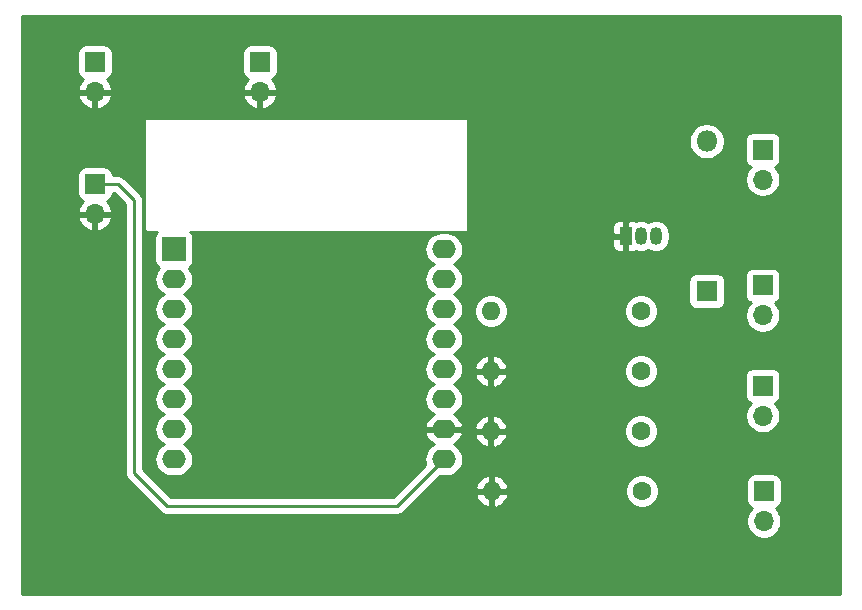
<source format=gbr>
%TF.GenerationSoftware,KiCad,Pcbnew,5.1.6-c6e7f7d~87~ubuntu19.10.1*%
%TF.CreationDate,2021-05-11T16:11:10+01:00*%
%TF.ProjectId,Auto Pump,4175746f-2050-4756-9d70-2e6b69636164,rev?*%
%TF.SameCoordinates,Original*%
%TF.FileFunction,Copper,L2,Bot*%
%TF.FilePolarity,Positive*%
%FSLAX46Y46*%
G04 Gerber Fmt 4.6, Leading zero omitted, Abs format (unit mm)*
G04 Created by KiCad (PCBNEW 5.1.6-c6e7f7d~87~ubuntu19.10.1) date 2021-05-11 16:11:10*
%MOMM*%
%LPD*%
G01*
G04 APERTURE LIST*
%TA.AperFunction,ComponentPad*%
%ADD10R,1.800000X1.800000*%
%TD*%
%TA.AperFunction,ComponentPad*%
%ADD11O,1.800000X1.800000*%
%TD*%
%TA.AperFunction,ComponentPad*%
%ADD12R,1.700000X1.700000*%
%TD*%
%TA.AperFunction,ComponentPad*%
%ADD13O,1.700000X1.700000*%
%TD*%
%TA.AperFunction,ComponentPad*%
%ADD14O,1.050000X1.500000*%
%TD*%
%TA.AperFunction,ComponentPad*%
%ADD15R,1.050000X1.500000*%
%TD*%
%TA.AperFunction,ComponentPad*%
%ADD16C,1.600000*%
%TD*%
%TA.AperFunction,ComponentPad*%
%ADD17O,1.600000X1.600000*%
%TD*%
%TA.AperFunction,ComponentPad*%
%ADD18O,2.000000X1.600000*%
%TD*%
%TA.AperFunction,ComponentPad*%
%ADD19R,2.000000X2.000000*%
%TD*%
%TA.AperFunction,Conductor*%
%ADD20C,0.250000*%
%TD*%
%TA.AperFunction,Conductor*%
%ADD21C,0.254000*%
%TD*%
G04 APERTURE END LIST*
D10*
%TO.P,D1,1*%
%TO.N,+12V*%
X158218000Y-111098000D03*
D11*
%TO.P,D1,2*%
%TO.N,Net-(D1-Pad2)*%
X158218000Y-98398000D03*
%TD*%
D12*
%TO.P,J1,1*%
%TO.N,+12V*%
X120396000Y-91694000D03*
D13*
%TO.P,J1,2*%
%TO.N,GND*%
X120396000Y-94234000D03*
%TD*%
%TO.P,J2,2*%
%TO.N,GND*%
X106426000Y-104564000D03*
D12*
%TO.P,J2,1*%
%TO.N,+5V*%
X106426000Y-102024000D03*
%TD*%
%TO.P,J3,1*%
%TO.N,Net-(J3-Pad1)*%
X162968000Y-110598000D03*
D13*
%TO.P,J3,2*%
%TO.N,+3V3*%
X162968000Y-113138000D03*
%TD*%
%TO.P,J4,2*%
%TO.N,+3V3*%
X162968000Y-121638000D03*
D12*
%TO.P,J4,1*%
%TO.N,Net-(J4-Pad1)*%
X162968000Y-119098000D03*
%TD*%
%TO.P,J5,1*%
%TO.N,Net-(J5-Pad1)*%
X163068000Y-128016000D03*
D13*
%TO.P,J5,2*%
%TO.N,+3V3*%
X163068000Y-130556000D03*
%TD*%
%TO.P,J6,2*%
%TO.N,+12V*%
X162968000Y-101638000D03*
D12*
%TO.P,J6,1*%
%TO.N,Net-(D1-Pad2)*%
X162968000Y-99098000D03*
%TD*%
%TO.P,J7,1*%
%TO.N,+12V*%
X106426000Y-91694000D03*
D13*
%TO.P,J7,2*%
%TO.N,GND*%
X106426000Y-94234000D03*
%TD*%
D14*
%TO.P,Q1,2*%
%TO.N,Net-(Q1-Pad2)*%
X152654000Y-106426000D03*
%TO.P,Q1,3*%
%TO.N,Net-(D1-Pad2)*%
X153924000Y-106426000D03*
D15*
%TO.P,Q1,1*%
%TO.N,GND*%
X151384000Y-106426000D03*
%TD*%
D16*
%TO.P,R1,1*%
%TO.N,Net-(J3-Pad1)*%
X152654000Y-117856000D03*
D17*
%TO.P,R1,2*%
%TO.N,GND*%
X139954000Y-117856000D03*
%TD*%
%TO.P,R2,2*%
%TO.N,GND*%
X139954000Y-122936000D03*
D16*
%TO.P,R2,1*%
%TO.N,Net-(J4-Pad1)*%
X152654000Y-122936000D03*
%TD*%
%TO.P,R3,1*%
%TO.N,Net-(J5-Pad1)*%
X152734000Y-128016000D03*
D17*
%TO.P,R3,2*%
%TO.N,GND*%
X140034000Y-128016000D03*
%TD*%
%TO.P,R4,2*%
%TO.N,Net-(R4-Pad2)*%
X139954000Y-112776000D03*
D16*
%TO.P,R4,1*%
%TO.N,Net-(Q1-Pad2)*%
X152654000Y-112776000D03*
%TD*%
D18*
%TO.P,U1,2*%
%TO.N,Net-(U1-Pad2)*%
X113105001Y-110085001D03*
D19*
%TO.P,U1,1*%
%TO.N,Net-(U1-Pad1)*%
X113105001Y-107545001D03*
D18*
%TO.P,U1,3*%
%TO.N,Net-(U1-Pad3)*%
X113105001Y-112625001D03*
%TO.P,U1,4*%
%TO.N,Net-(U1-Pad4)*%
X113105001Y-115165001D03*
%TO.P,U1,5*%
%TO.N,Net-(U1-Pad5)*%
X113105001Y-117705001D03*
%TO.P,U1,6*%
%TO.N,Net-(U1-Pad6)*%
X113105001Y-120245001D03*
%TO.P,U1,7*%
%TO.N,Net-(U1-Pad7)*%
X113105001Y-122785001D03*
%TO.P,U1,8*%
%TO.N,+3V3*%
X113105001Y-125325001D03*
%TO.P,U1,9*%
%TO.N,+5V*%
X135965001Y-125325001D03*
%TO.P,U1,10*%
%TO.N,GND*%
X135965001Y-122785001D03*
%TO.P,U1,11*%
%TO.N,Net-(J5-Pad1)*%
X135965001Y-120245001D03*
%TO.P,U1,12*%
%TO.N,Net-(J4-Pad1)*%
X135965001Y-117705001D03*
%TO.P,U1,13*%
%TO.N,Net-(J3-Pad1)*%
X135965001Y-115165001D03*
%TO.P,U1,14*%
%TO.N,Net-(R4-Pad2)*%
X135965001Y-112625001D03*
%TO.P,U1,15*%
%TO.N,Net-(U1-Pad15)*%
X135965001Y-110085001D03*
%TO.P,U1,16*%
%TO.N,Net-(U1-Pad16)*%
X135965001Y-107545001D03*
%TD*%
D20*
%TO.N,+5V*%
X112522000Y-129286000D02*
X132004002Y-129286000D01*
X109728000Y-126492000D02*
X112522000Y-129286000D01*
X132004002Y-129286000D02*
X135965001Y-125325001D01*
X109728000Y-103378000D02*
X109728000Y-126492000D01*
X108374000Y-102024000D02*
X109728000Y-103378000D01*
X106426000Y-102024000D02*
X108374000Y-102024000D01*
%TD*%
D21*
%TO.N,GND*%
G36*
X169495001Y-136729000D02*
G01*
X100253000Y-136729000D01*
X100253000Y-104920890D01*
X104984524Y-104920890D01*
X105029175Y-105068099D01*
X105154359Y-105330920D01*
X105328412Y-105564269D01*
X105544645Y-105759178D01*
X105794748Y-105908157D01*
X106069109Y-106005481D01*
X106299000Y-105884814D01*
X106299000Y-104691000D01*
X106553000Y-104691000D01*
X106553000Y-105884814D01*
X106782891Y-106005481D01*
X107057252Y-105908157D01*
X107307355Y-105759178D01*
X107523588Y-105564269D01*
X107697641Y-105330920D01*
X107822825Y-105068099D01*
X107867476Y-104920890D01*
X107746155Y-104691000D01*
X106553000Y-104691000D01*
X106299000Y-104691000D01*
X105105845Y-104691000D01*
X104984524Y-104920890D01*
X100253000Y-104920890D01*
X100253000Y-101174000D01*
X104937928Y-101174000D01*
X104937928Y-102874000D01*
X104950188Y-102998482D01*
X104986498Y-103118180D01*
X105045463Y-103228494D01*
X105124815Y-103325185D01*
X105221506Y-103404537D01*
X105331820Y-103463502D01*
X105412466Y-103487966D01*
X105328412Y-103563731D01*
X105154359Y-103797080D01*
X105029175Y-104059901D01*
X104984524Y-104207110D01*
X105105845Y-104437000D01*
X106299000Y-104437000D01*
X106299000Y-104417000D01*
X106553000Y-104417000D01*
X106553000Y-104437000D01*
X107746155Y-104437000D01*
X107867476Y-104207110D01*
X107822825Y-104059901D01*
X107697641Y-103797080D01*
X107523588Y-103563731D01*
X107439534Y-103487966D01*
X107520180Y-103463502D01*
X107630494Y-103404537D01*
X107727185Y-103325185D01*
X107806537Y-103228494D01*
X107865502Y-103118180D01*
X107901812Y-102998482D01*
X107914072Y-102874000D01*
X107914072Y-102784000D01*
X108059199Y-102784000D01*
X108968000Y-103692802D01*
X108968001Y-126454667D01*
X108964324Y-126492000D01*
X108978998Y-126640985D01*
X109022454Y-126784246D01*
X109093026Y-126916276D01*
X109164201Y-127003002D01*
X109188000Y-127032001D01*
X109216998Y-127055799D01*
X111958201Y-129797003D01*
X111981999Y-129826001D01*
X112097724Y-129920974D01*
X112229753Y-129991546D01*
X112373014Y-130035003D01*
X112484667Y-130046000D01*
X112484675Y-130046000D01*
X112522000Y-130049676D01*
X112559325Y-130046000D01*
X131966680Y-130046000D01*
X132004002Y-130049676D01*
X132041324Y-130046000D01*
X132041335Y-130046000D01*
X132152988Y-130035003D01*
X132296249Y-129991546D01*
X132428278Y-129920974D01*
X132544003Y-129826001D01*
X132567806Y-129796997D01*
X133999764Y-128365039D01*
X138642096Y-128365039D01*
X138682754Y-128499087D01*
X138802963Y-128753420D01*
X138970481Y-128979414D01*
X139178869Y-129168385D01*
X139420119Y-129313070D01*
X139684960Y-129407909D01*
X139907000Y-129286624D01*
X139907000Y-128143000D01*
X140161000Y-128143000D01*
X140161000Y-129286624D01*
X140383040Y-129407909D01*
X140647881Y-129313070D01*
X140889131Y-129168385D01*
X141097519Y-128979414D01*
X141265037Y-128753420D01*
X141385246Y-128499087D01*
X141425904Y-128365039D01*
X141303915Y-128143000D01*
X140161000Y-128143000D01*
X139907000Y-128143000D01*
X138764085Y-128143000D01*
X138642096Y-128365039D01*
X133999764Y-128365039D01*
X134697842Y-127666961D01*
X138642096Y-127666961D01*
X138764085Y-127889000D01*
X139907000Y-127889000D01*
X139907000Y-126745376D01*
X140161000Y-126745376D01*
X140161000Y-127889000D01*
X141303915Y-127889000D01*
X141311790Y-127874665D01*
X151299000Y-127874665D01*
X151299000Y-128157335D01*
X151354147Y-128434574D01*
X151462320Y-128695727D01*
X151619363Y-128930759D01*
X151819241Y-129130637D01*
X152054273Y-129287680D01*
X152315426Y-129395853D01*
X152592665Y-129451000D01*
X152875335Y-129451000D01*
X153152574Y-129395853D01*
X153413727Y-129287680D01*
X153648759Y-129130637D01*
X153848637Y-128930759D01*
X154005680Y-128695727D01*
X154113853Y-128434574D01*
X154169000Y-128157335D01*
X154169000Y-127874665D01*
X154113853Y-127597426D01*
X154005680Y-127336273D01*
X153891908Y-127166000D01*
X161579928Y-127166000D01*
X161579928Y-128866000D01*
X161592188Y-128990482D01*
X161628498Y-129110180D01*
X161687463Y-129220494D01*
X161766815Y-129317185D01*
X161863506Y-129396537D01*
X161973820Y-129455502D01*
X162046380Y-129477513D01*
X161914525Y-129609368D01*
X161752010Y-129852589D01*
X161640068Y-130122842D01*
X161583000Y-130409740D01*
X161583000Y-130702260D01*
X161640068Y-130989158D01*
X161752010Y-131259411D01*
X161914525Y-131502632D01*
X162121368Y-131709475D01*
X162364589Y-131871990D01*
X162634842Y-131983932D01*
X162921740Y-132041000D01*
X163214260Y-132041000D01*
X163501158Y-131983932D01*
X163771411Y-131871990D01*
X164014632Y-131709475D01*
X164221475Y-131502632D01*
X164383990Y-131259411D01*
X164495932Y-130989158D01*
X164553000Y-130702260D01*
X164553000Y-130409740D01*
X164495932Y-130122842D01*
X164383990Y-129852589D01*
X164221475Y-129609368D01*
X164089620Y-129477513D01*
X164162180Y-129455502D01*
X164272494Y-129396537D01*
X164369185Y-129317185D01*
X164448537Y-129220494D01*
X164507502Y-129110180D01*
X164543812Y-128990482D01*
X164556072Y-128866000D01*
X164556072Y-127166000D01*
X164543812Y-127041518D01*
X164507502Y-126921820D01*
X164448537Y-126811506D01*
X164369185Y-126714815D01*
X164272494Y-126635463D01*
X164162180Y-126576498D01*
X164042482Y-126540188D01*
X163918000Y-126527928D01*
X162218000Y-126527928D01*
X162093518Y-126540188D01*
X161973820Y-126576498D01*
X161863506Y-126635463D01*
X161766815Y-126714815D01*
X161687463Y-126811506D01*
X161628498Y-126921820D01*
X161592188Y-127041518D01*
X161579928Y-127166000D01*
X153891908Y-127166000D01*
X153848637Y-127101241D01*
X153648759Y-126901363D01*
X153413727Y-126744320D01*
X153152574Y-126636147D01*
X152875335Y-126581000D01*
X152592665Y-126581000D01*
X152315426Y-126636147D01*
X152054273Y-126744320D01*
X151819241Y-126901363D01*
X151619363Y-127101241D01*
X151462320Y-127336273D01*
X151354147Y-127597426D01*
X151299000Y-127874665D01*
X141311790Y-127874665D01*
X141425904Y-127666961D01*
X141385246Y-127532913D01*
X141265037Y-127278580D01*
X141097519Y-127052586D01*
X140889131Y-126863615D01*
X140647881Y-126718930D01*
X140383040Y-126624091D01*
X140161000Y-126745376D01*
X139907000Y-126745376D01*
X139684960Y-126624091D01*
X139420119Y-126718930D01*
X139178869Y-126863615D01*
X138970481Y-127052586D01*
X138802963Y-127278580D01*
X138682754Y-127532913D01*
X138642096Y-127666961D01*
X134697842Y-127666961D01*
X135612846Y-126751958D01*
X135694509Y-126760001D01*
X136235493Y-126760001D01*
X136446310Y-126739237D01*
X136716809Y-126657183D01*
X136966102Y-126523933D01*
X137184609Y-126344609D01*
X137363933Y-126126102D01*
X137497183Y-125876809D01*
X137579237Y-125606310D01*
X137606944Y-125325001D01*
X137579237Y-125043692D01*
X137497183Y-124773193D01*
X137363933Y-124523900D01*
X137184609Y-124305393D01*
X136966102Y-124126069D01*
X136836656Y-124056879D01*
X136854228Y-124049431D01*
X137087663Y-123890674D01*
X137285640Y-123689426D01*
X137440552Y-123453422D01*
X137508688Y-123285039D01*
X138562096Y-123285039D01*
X138602754Y-123419087D01*
X138722963Y-123673420D01*
X138890481Y-123899414D01*
X139098869Y-124088385D01*
X139340119Y-124233070D01*
X139604960Y-124327909D01*
X139827000Y-124206624D01*
X139827000Y-123063000D01*
X140081000Y-123063000D01*
X140081000Y-124206624D01*
X140303040Y-124327909D01*
X140567881Y-124233070D01*
X140809131Y-124088385D01*
X141017519Y-123899414D01*
X141185037Y-123673420D01*
X141305246Y-123419087D01*
X141345904Y-123285039D01*
X141223915Y-123063000D01*
X140081000Y-123063000D01*
X139827000Y-123063000D01*
X138684085Y-123063000D01*
X138562096Y-123285039D01*
X137508688Y-123285039D01*
X137546445Y-123191731D01*
X137556905Y-123134040D01*
X137434916Y-122912001D01*
X136092001Y-122912001D01*
X136092001Y-122932001D01*
X135838001Y-122932001D01*
X135838001Y-122912001D01*
X134495086Y-122912001D01*
X134373097Y-123134040D01*
X134383557Y-123191731D01*
X134489450Y-123453422D01*
X134644362Y-123689426D01*
X134842339Y-123890674D01*
X135075774Y-124049431D01*
X135093346Y-124056879D01*
X134963900Y-124126069D01*
X134745393Y-124305393D01*
X134566069Y-124523900D01*
X134432819Y-124773193D01*
X134350765Y-125043692D01*
X134323058Y-125325001D01*
X134350765Y-125606310D01*
X134410842Y-125804359D01*
X131689201Y-128526000D01*
X112836802Y-128526000D01*
X110488000Y-126177199D01*
X110488000Y-103415322D01*
X110491676Y-103377999D01*
X110488000Y-103340676D01*
X110488000Y-103340667D01*
X110477003Y-103229014D01*
X110433546Y-103085753D01*
X110362974Y-102953724D01*
X110268001Y-102837999D01*
X110239004Y-102814202D01*
X108937804Y-101513003D01*
X108914001Y-101483999D01*
X108798276Y-101389026D01*
X108666247Y-101318454D01*
X108522986Y-101274997D01*
X108411333Y-101264000D01*
X108411322Y-101264000D01*
X108374000Y-101260324D01*
X108336678Y-101264000D01*
X107914072Y-101264000D01*
X107914072Y-101174000D01*
X107901812Y-101049518D01*
X107865502Y-100929820D01*
X107806537Y-100819506D01*
X107727185Y-100722815D01*
X107630494Y-100643463D01*
X107520180Y-100584498D01*
X107400482Y-100548188D01*
X107276000Y-100535928D01*
X105576000Y-100535928D01*
X105451518Y-100548188D01*
X105331820Y-100584498D01*
X105221506Y-100643463D01*
X105124815Y-100722815D01*
X105045463Y-100819506D01*
X104986498Y-100929820D01*
X104950188Y-101049518D01*
X104937928Y-101174000D01*
X100253000Y-101174000D01*
X100253000Y-96520000D01*
X110617000Y-96520000D01*
X110617000Y-105918000D01*
X110619440Y-105942776D01*
X110626667Y-105966601D01*
X110638403Y-105988557D01*
X110654197Y-106007803D01*
X110673443Y-106023597D01*
X110695399Y-106035333D01*
X110719224Y-106042560D01*
X110744000Y-106045000D01*
X111713299Y-106045000D01*
X111653816Y-106093816D01*
X111574464Y-106190507D01*
X111515499Y-106300821D01*
X111479189Y-106420519D01*
X111466929Y-106545001D01*
X111466929Y-108545001D01*
X111479189Y-108669483D01*
X111515499Y-108789181D01*
X111574464Y-108899495D01*
X111653816Y-108996186D01*
X111750507Y-109075538D01*
X111838477Y-109122560D01*
X111706069Y-109283900D01*
X111572819Y-109533193D01*
X111490765Y-109803692D01*
X111463058Y-110085001D01*
X111490765Y-110366310D01*
X111572819Y-110636809D01*
X111706069Y-110886102D01*
X111885393Y-111104609D01*
X112103900Y-111283933D01*
X112236859Y-111355001D01*
X112103900Y-111426069D01*
X111885393Y-111605393D01*
X111706069Y-111823900D01*
X111572819Y-112073193D01*
X111490765Y-112343692D01*
X111463058Y-112625001D01*
X111490765Y-112906310D01*
X111572819Y-113176809D01*
X111706069Y-113426102D01*
X111885393Y-113644609D01*
X112103900Y-113823933D01*
X112236859Y-113895001D01*
X112103900Y-113966069D01*
X111885393Y-114145393D01*
X111706069Y-114363900D01*
X111572819Y-114613193D01*
X111490765Y-114883692D01*
X111463058Y-115165001D01*
X111490765Y-115446310D01*
X111572819Y-115716809D01*
X111706069Y-115966102D01*
X111885393Y-116184609D01*
X112103900Y-116363933D01*
X112236859Y-116435001D01*
X112103900Y-116506069D01*
X111885393Y-116685393D01*
X111706069Y-116903900D01*
X111572819Y-117153193D01*
X111490765Y-117423692D01*
X111463058Y-117705001D01*
X111490765Y-117986310D01*
X111572819Y-118256809D01*
X111706069Y-118506102D01*
X111885393Y-118724609D01*
X112103900Y-118903933D01*
X112236859Y-118975001D01*
X112103900Y-119046069D01*
X111885393Y-119225393D01*
X111706069Y-119443900D01*
X111572819Y-119693193D01*
X111490765Y-119963692D01*
X111463058Y-120245001D01*
X111490765Y-120526310D01*
X111572819Y-120796809D01*
X111706069Y-121046102D01*
X111885393Y-121264609D01*
X112103900Y-121443933D01*
X112236859Y-121515001D01*
X112103900Y-121586069D01*
X111885393Y-121765393D01*
X111706069Y-121983900D01*
X111572819Y-122233193D01*
X111490765Y-122503692D01*
X111463058Y-122785001D01*
X111490765Y-123066310D01*
X111572819Y-123336809D01*
X111706069Y-123586102D01*
X111885393Y-123804609D01*
X112103900Y-123983933D01*
X112236859Y-124055001D01*
X112103900Y-124126069D01*
X111885393Y-124305393D01*
X111706069Y-124523900D01*
X111572819Y-124773193D01*
X111490765Y-125043692D01*
X111463058Y-125325001D01*
X111490765Y-125606310D01*
X111572819Y-125876809D01*
X111706069Y-126126102D01*
X111885393Y-126344609D01*
X112103900Y-126523933D01*
X112353193Y-126657183D01*
X112623692Y-126739237D01*
X112834509Y-126760001D01*
X113375493Y-126760001D01*
X113586310Y-126739237D01*
X113856809Y-126657183D01*
X114106102Y-126523933D01*
X114324609Y-126344609D01*
X114503933Y-126126102D01*
X114637183Y-125876809D01*
X114719237Y-125606310D01*
X114746944Y-125325001D01*
X114719237Y-125043692D01*
X114637183Y-124773193D01*
X114503933Y-124523900D01*
X114324609Y-124305393D01*
X114106102Y-124126069D01*
X113973143Y-124055001D01*
X114106102Y-123983933D01*
X114324609Y-123804609D01*
X114503933Y-123586102D01*
X114637183Y-123336809D01*
X114719237Y-123066310D01*
X114746944Y-122785001D01*
X114719237Y-122503692D01*
X114637183Y-122233193D01*
X114503933Y-121983900D01*
X114324609Y-121765393D01*
X114106102Y-121586069D01*
X113973143Y-121515001D01*
X114106102Y-121443933D01*
X114324609Y-121264609D01*
X114503933Y-121046102D01*
X114637183Y-120796809D01*
X114719237Y-120526310D01*
X114746944Y-120245001D01*
X114719237Y-119963692D01*
X114637183Y-119693193D01*
X114503933Y-119443900D01*
X114324609Y-119225393D01*
X114106102Y-119046069D01*
X113973143Y-118975001D01*
X114106102Y-118903933D01*
X114324609Y-118724609D01*
X114503933Y-118506102D01*
X114637183Y-118256809D01*
X114719237Y-117986310D01*
X114746944Y-117705001D01*
X114719237Y-117423692D01*
X114637183Y-117153193D01*
X114503933Y-116903900D01*
X114324609Y-116685393D01*
X114106102Y-116506069D01*
X113973143Y-116435001D01*
X114106102Y-116363933D01*
X114324609Y-116184609D01*
X114503933Y-115966102D01*
X114637183Y-115716809D01*
X114719237Y-115446310D01*
X114746944Y-115165001D01*
X114719237Y-114883692D01*
X114637183Y-114613193D01*
X114503933Y-114363900D01*
X114324609Y-114145393D01*
X114106102Y-113966069D01*
X113973143Y-113895001D01*
X114106102Y-113823933D01*
X114324609Y-113644609D01*
X114503933Y-113426102D01*
X114637183Y-113176809D01*
X114719237Y-112906310D01*
X114746944Y-112625001D01*
X114719237Y-112343692D01*
X114637183Y-112073193D01*
X114503933Y-111823900D01*
X114324609Y-111605393D01*
X114106102Y-111426069D01*
X113973143Y-111355001D01*
X114106102Y-111283933D01*
X114324609Y-111104609D01*
X114503933Y-110886102D01*
X114637183Y-110636809D01*
X114719237Y-110366310D01*
X114746944Y-110085001D01*
X114719237Y-109803692D01*
X114637183Y-109533193D01*
X114503933Y-109283900D01*
X114371525Y-109122560D01*
X114459495Y-109075538D01*
X114556186Y-108996186D01*
X114635538Y-108899495D01*
X114694503Y-108789181D01*
X114730813Y-108669483D01*
X114743073Y-108545001D01*
X114743073Y-107545001D01*
X134323058Y-107545001D01*
X134350765Y-107826310D01*
X134432819Y-108096809D01*
X134566069Y-108346102D01*
X134745393Y-108564609D01*
X134963900Y-108743933D01*
X135096859Y-108815001D01*
X134963900Y-108886069D01*
X134745393Y-109065393D01*
X134566069Y-109283900D01*
X134432819Y-109533193D01*
X134350765Y-109803692D01*
X134323058Y-110085001D01*
X134350765Y-110366310D01*
X134432819Y-110636809D01*
X134566069Y-110886102D01*
X134745393Y-111104609D01*
X134963900Y-111283933D01*
X135096859Y-111355001D01*
X134963900Y-111426069D01*
X134745393Y-111605393D01*
X134566069Y-111823900D01*
X134432819Y-112073193D01*
X134350765Y-112343692D01*
X134323058Y-112625001D01*
X134350765Y-112906310D01*
X134432819Y-113176809D01*
X134566069Y-113426102D01*
X134745393Y-113644609D01*
X134963900Y-113823933D01*
X135096859Y-113895001D01*
X134963900Y-113966069D01*
X134745393Y-114145393D01*
X134566069Y-114363900D01*
X134432819Y-114613193D01*
X134350765Y-114883692D01*
X134323058Y-115165001D01*
X134350765Y-115446310D01*
X134432819Y-115716809D01*
X134566069Y-115966102D01*
X134745393Y-116184609D01*
X134963900Y-116363933D01*
X135096859Y-116435001D01*
X134963900Y-116506069D01*
X134745393Y-116685393D01*
X134566069Y-116903900D01*
X134432819Y-117153193D01*
X134350765Y-117423692D01*
X134323058Y-117705001D01*
X134350765Y-117986310D01*
X134432819Y-118256809D01*
X134566069Y-118506102D01*
X134745393Y-118724609D01*
X134963900Y-118903933D01*
X135096859Y-118975001D01*
X134963900Y-119046069D01*
X134745393Y-119225393D01*
X134566069Y-119443900D01*
X134432819Y-119693193D01*
X134350765Y-119963692D01*
X134323058Y-120245001D01*
X134350765Y-120526310D01*
X134432819Y-120796809D01*
X134566069Y-121046102D01*
X134745393Y-121264609D01*
X134963900Y-121443933D01*
X135093346Y-121513123D01*
X135075774Y-121520571D01*
X134842339Y-121679328D01*
X134644362Y-121880576D01*
X134489450Y-122116580D01*
X134383557Y-122378271D01*
X134373097Y-122435962D01*
X134495086Y-122658001D01*
X135838001Y-122658001D01*
X135838001Y-122638001D01*
X136092001Y-122638001D01*
X136092001Y-122658001D01*
X137434916Y-122658001D01*
X137473945Y-122586961D01*
X138562096Y-122586961D01*
X138684085Y-122809000D01*
X139827000Y-122809000D01*
X139827000Y-121665376D01*
X140081000Y-121665376D01*
X140081000Y-122809000D01*
X141223915Y-122809000D01*
X141231790Y-122794665D01*
X151219000Y-122794665D01*
X151219000Y-123077335D01*
X151274147Y-123354574D01*
X151382320Y-123615727D01*
X151539363Y-123850759D01*
X151739241Y-124050637D01*
X151974273Y-124207680D01*
X152235426Y-124315853D01*
X152512665Y-124371000D01*
X152795335Y-124371000D01*
X153072574Y-124315853D01*
X153333727Y-124207680D01*
X153568759Y-124050637D01*
X153768637Y-123850759D01*
X153925680Y-123615727D01*
X154033853Y-123354574D01*
X154089000Y-123077335D01*
X154089000Y-122794665D01*
X154033853Y-122517426D01*
X153925680Y-122256273D01*
X153768637Y-122021241D01*
X153568759Y-121821363D01*
X153333727Y-121664320D01*
X153072574Y-121556147D01*
X152795335Y-121501000D01*
X152512665Y-121501000D01*
X152235426Y-121556147D01*
X151974273Y-121664320D01*
X151739241Y-121821363D01*
X151539363Y-122021241D01*
X151382320Y-122256273D01*
X151274147Y-122517426D01*
X151219000Y-122794665D01*
X141231790Y-122794665D01*
X141345904Y-122586961D01*
X141305246Y-122452913D01*
X141185037Y-122198580D01*
X141017519Y-121972586D01*
X140809131Y-121783615D01*
X140567881Y-121638930D01*
X140303040Y-121544091D01*
X140081000Y-121665376D01*
X139827000Y-121665376D01*
X139604960Y-121544091D01*
X139340119Y-121638930D01*
X139098869Y-121783615D01*
X138890481Y-121972586D01*
X138722963Y-122198580D01*
X138602754Y-122452913D01*
X138562096Y-122586961D01*
X137473945Y-122586961D01*
X137556905Y-122435962D01*
X137546445Y-122378271D01*
X137440552Y-122116580D01*
X137285640Y-121880576D01*
X137087663Y-121679328D01*
X136854228Y-121520571D01*
X136836656Y-121513123D01*
X136966102Y-121443933D01*
X137184609Y-121264609D01*
X137363933Y-121046102D01*
X137497183Y-120796809D01*
X137579237Y-120526310D01*
X137606944Y-120245001D01*
X137579237Y-119963692D01*
X137497183Y-119693193D01*
X137363933Y-119443900D01*
X137184609Y-119225393D01*
X136966102Y-119046069D01*
X136833143Y-118975001D01*
X136966102Y-118903933D01*
X137184609Y-118724609D01*
X137363933Y-118506102D01*
X137497183Y-118256809D01*
X137512887Y-118205039D01*
X138562096Y-118205039D01*
X138602754Y-118339087D01*
X138722963Y-118593420D01*
X138890481Y-118819414D01*
X139098869Y-119008385D01*
X139340119Y-119153070D01*
X139604960Y-119247909D01*
X139827000Y-119126624D01*
X139827000Y-117983000D01*
X140081000Y-117983000D01*
X140081000Y-119126624D01*
X140303040Y-119247909D01*
X140567881Y-119153070D01*
X140809131Y-119008385D01*
X141017519Y-118819414D01*
X141185037Y-118593420D01*
X141305246Y-118339087D01*
X141345904Y-118205039D01*
X141223915Y-117983000D01*
X140081000Y-117983000D01*
X139827000Y-117983000D01*
X138684085Y-117983000D01*
X138562096Y-118205039D01*
X137512887Y-118205039D01*
X137579237Y-117986310D01*
X137606944Y-117705001D01*
X137587439Y-117506961D01*
X138562096Y-117506961D01*
X138684085Y-117729000D01*
X139827000Y-117729000D01*
X139827000Y-116585376D01*
X140081000Y-116585376D01*
X140081000Y-117729000D01*
X141223915Y-117729000D01*
X141231790Y-117714665D01*
X151219000Y-117714665D01*
X151219000Y-117997335D01*
X151274147Y-118274574D01*
X151382320Y-118535727D01*
X151539363Y-118770759D01*
X151739241Y-118970637D01*
X151974273Y-119127680D01*
X152235426Y-119235853D01*
X152512665Y-119291000D01*
X152795335Y-119291000D01*
X153072574Y-119235853D01*
X153333727Y-119127680D01*
X153568759Y-118970637D01*
X153768637Y-118770759D01*
X153925680Y-118535727D01*
X154033853Y-118274574D01*
X154039138Y-118248000D01*
X161479928Y-118248000D01*
X161479928Y-119948000D01*
X161492188Y-120072482D01*
X161528498Y-120192180D01*
X161587463Y-120302494D01*
X161666815Y-120399185D01*
X161763506Y-120478537D01*
X161873820Y-120537502D01*
X161946380Y-120559513D01*
X161814525Y-120691368D01*
X161652010Y-120934589D01*
X161540068Y-121204842D01*
X161483000Y-121491740D01*
X161483000Y-121784260D01*
X161540068Y-122071158D01*
X161652010Y-122341411D01*
X161814525Y-122584632D01*
X162021368Y-122791475D01*
X162264589Y-122953990D01*
X162534842Y-123065932D01*
X162821740Y-123123000D01*
X163114260Y-123123000D01*
X163401158Y-123065932D01*
X163671411Y-122953990D01*
X163914632Y-122791475D01*
X164121475Y-122584632D01*
X164283990Y-122341411D01*
X164395932Y-122071158D01*
X164453000Y-121784260D01*
X164453000Y-121491740D01*
X164395932Y-121204842D01*
X164283990Y-120934589D01*
X164121475Y-120691368D01*
X163989620Y-120559513D01*
X164062180Y-120537502D01*
X164172494Y-120478537D01*
X164269185Y-120399185D01*
X164348537Y-120302494D01*
X164407502Y-120192180D01*
X164443812Y-120072482D01*
X164456072Y-119948000D01*
X164456072Y-118248000D01*
X164443812Y-118123518D01*
X164407502Y-118003820D01*
X164348537Y-117893506D01*
X164269185Y-117796815D01*
X164172494Y-117717463D01*
X164062180Y-117658498D01*
X163942482Y-117622188D01*
X163818000Y-117609928D01*
X162118000Y-117609928D01*
X161993518Y-117622188D01*
X161873820Y-117658498D01*
X161763506Y-117717463D01*
X161666815Y-117796815D01*
X161587463Y-117893506D01*
X161528498Y-118003820D01*
X161492188Y-118123518D01*
X161479928Y-118248000D01*
X154039138Y-118248000D01*
X154089000Y-117997335D01*
X154089000Y-117714665D01*
X154033853Y-117437426D01*
X153925680Y-117176273D01*
X153768637Y-116941241D01*
X153568759Y-116741363D01*
X153333727Y-116584320D01*
X153072574Y-116476147D01*
X152795335Y-116421000D01*
X152512665Y-116421000D01*
X152235426Y-116476147D01*
X151974273Y-116584320D01*
X151739241Y-116741363D01*
X151539363Y-116941241D01*
X151382320Y-117176273D01*
X151274147Y-117437426D01*
X151219000Y-117714665D01*
X141231790Y-117714665D01*
X141345904Y-117506961D01*
X141305246Y-117372913D01*
X141185037Y-117118580D01*
X141017519Y-116892586D01*
X140809131Y-116703615D01*
X140567881Y-116558930D01*
X140303040Y-116464091D01*
X140081000Y-116585376D01*
X139827000Y-116585376D01*
X139604960Y-116464091D01*
X139340119Y-116558930D01*
X139098869Y-116703615D01*
X138890481Y-116892586D01*
X138722963Y-117118580D01*
X138602754Y-117372913D01*
X138562096Y-117506961D01*
X137587439Y-117506961D01*
X137579237Y-117423692D01*
X137497183Y-117153193D01*
X137363933Y-116903900D01*
X137184609Y-116685393D01*
X136966102Y-116506069D01*
X136833143Y-116435001D01*
X136966102Y-116363933D01*
X137184609Y-116184609D01*
X137363933Y-115966102D01*
X137497183Y-115716809D01*
X137579237Y-115446310D01*
X137606944Y-115165001D01*
X137579237Y-114883692D01*
X137497183Y-114613193D01*
X137363933Y-114363900D01*
X137184609Y-114145393D01*
X136966102Y-113966069D01*
X136833143Y-113895001D01*
X136966102Y-113823933D01*
X137184609Y-113644609D01*
X137363933Y-113426102D01*
X137497183Y-113176809D01*
X137579237Y-112906310D01*
X137605992Y-112634665D01*
X138519000Y-112634665D01*
X138519000Y-112917335D01*
X138574147Y-113194574D01*
X138682320Y-113455727D01*
X138839363Y-113690759D01*
X139039241Y-113890637D01*
X139274273Y-114047680D01*
X139535426Y-114155853D01*
X139812665Y-114211000D01*
X140095335Y-114211000D01*
X140372574Y-114155853D01*
X140633727Y-114047680D01*
X140868759Y-113890637D01*
X141068637Y-113690759D01*
X141225680Y-113455727D01*
X141333853Y-113194574D01*
X141389000Y-112917335D01*
X141389000Y-112634665D01*
X151219000Y-112634665D01*
X151219000Y-112917335D01*
X151274147Y-113194574D01*
X151382320Y-113455727D01*
X151539363Y-113690759D01*
X151739241Y-113890637D01*
X151974273Y-114047680D01*
X152235426Y-114155853D01*
X152512665Y-114211000D01*
X152795335Y-114211000D01*
X153072574Y-114155853D01*
X153333727Y-114047680D01*
X153568759Y-113890637D01*
X153768637Y-113690759D01*
X153925680Y-113455727D01*
X154033853Y-113194574D01*
X154089000Y-112917335D01*
X154089000Y-112634665D01*
X154033853Y-112357426D01*
X153925680Y-112096273D01*
X153768637Y-111861241D01*
X153568759Y-111661363D01*
X153333727Y-111504320D01*
X153072574Y-111396147D01*
X152795335Y-111341000D01*
X152512665Y-111341000D01*
X152235426Y-111396147D01*
X151974273Y-111504320D01*
X151739241Y-111661363D01*
X151539363Y-111861241D01*
X151382320Y-112096273D01*
X151274147Y-112357426D01*
X151219000Y-112634665D01*
X141389000Y-112634665D01*
X141333853Y-112357426D01*
X141225680Y-112096273D01*
X141068637Y-111861241D01*
X140868759Y-111661363D01*
X140633727Y-111504320D01*
X140372574Y-111396147D01*
X140095335Y-111341000D01*
X139812665Y-111341000D01*
X139535426Y-111396147D01*
X139274273Y-111504320D01*
X139039241Y-111661363D01*
X138839363Y-111861241D01*
X138682320Y-112096273D01*
X138574147Y-112357426D01*
X138519000Y-112634665D01*
X137605992Y-112634665D01*
X137606944Y-112625001D01*
X137579237Y-112343692D01*
X137497183Y-112073193D01*
X137363933Y-111823900D01*
X137184609Y-111605393D01*
X136966102Y-111426069D01*
X136833143Y-111355001D01*
X136966102Y-111283933D01*
X137184609Y-111104609D01*
X137363933Y-110886102D01*
X137497183Y-110636809D01*
X137579237Y-110366310D01*
X137595814Y-110198000D01*
X156679928Y-110198000D01*
X156679928Y-111998000D01*
X156692188Y-112122482D01*
X156728498Y-112242180D01*
X156787463Y-112352494D01*
X156866815Y-112449185D01*
X156963506Y-112528537D01*
X157073820Y-112587502D01*
X157193518Y-112623812D01*
X157318000Y-112636072D01*
X159118000Y-112636072D01*
X159242482Y-112623812D01*
X159362180Y-112587502D01*
X159472494Y-112528537D01*
X159569185Y-112449185D01*
X159648537Y-112352494D01*
X159707502Y-112242180D01*
X159743812Y-112122482D01*
X159756072Y-111998000D01*
X159756072Y-110198000D01*
X159743812Y-110073518D01*
X159707502Y-109953820D01*
X159648537Y-109843506D01*
X159570158Y-109748000D01*
X161479928Y-109748000D01*
X161479928Y-111448000D01*
X161492188Y-111572482D01*
X161528498Y-111692180D01*
X161587463Y-111802494D01*
X161666815Y-111899185D01*
X161763506Y-111978537D01*
X161873820Y-112037502D01*
X161946380Y-112059513D01*
X161814525Y-112191368D01*
X161652010Y-112434589D01*
X161540068Y-112704842D01*
X161483000Y-112991740D01*
X161483000Y-113284260D01*
X161540068Y-113571158D01*
X161652010Y-113841411D01*
X161814525Y-114084632D01*
X162021368Y-114291475D01*
X162264589Y-114453990D01*
X162534842Y-114565932D01*
X162821740Y-114623000D01*
X163114260Y-114623000D01*
X163401158Y-114565932D01*
X163671411Y-114453990D01*
X163914632Y-114291475D01*
X164121475Y-114084632D01*
X164283990Y-113841411D01*
X164395932Y-113571158D01*
X164453000Y-113284260D01*
X164453000Y-112991740D01*
X164395932Y-112704842D01*
X164283990Y-112434589D01*
X164121475Y-112191368D01*
X163989620Y-112059513D01*
X164062180Y-112037502D01*
X164172494Y-111978537D01*
X164269185Y-111899185D01*
X164348537Y-111802494D01*
X164407502Y-111692180D01*
X164443812Y-111572482D01*
X164456072Y-111448000D01*
X164456072Y-109748000D01*
X164443812Y-109623518D01*
X164407502Y-109503820D01*
X164348537Y-109393506D01*
X164269185Y-109296815D01*
X164172494Y-109217463D01*
X164062180Y-109158498D01*
X163942482Y-109122188D01*
X163818000Y-109109928D01*
X162118000Y-109109928D01*
X161993518Y-109122188D01*
X161873820Y-109158498D01*
X161763506Y-109217463D01*
X161666815Y-109296815D01*
X161587463Y-109393506D01*
X161528498Y-109503820D01*
X161492188Y-109623518D01*
X161479928Y-109748000D01*
X159570158Y-109748000D01*
X159569185Y-109746815D01*
X159472494Y-109667463D01*
X159362180Y-109608498D01*
X159242482Y-109572188D01*
X159118000Y-109559928D01*
X157318000Y-109559928D01*
X157193518Y-109572188D01*
X157073820Y-109608498D01*
X156963506Y-109667463D01*
X156866815Y-109746815D01*
X156787463Y-109843506D01*
X156728498Y-109953820D01*
X156692188Y-110073518D01*
X156679928Y-110198000D01*
X137595814Y-110198000D01*
X137606944Y-110085001D01*
X137579237Y-109803692D01*
X137497183Y-109533193D01*
X137363933Y-109283900D01*
X137184609Y-109065393D01*
X136966102Y-108886069D01*
X136833143Y-108815001D01*
X136966102Y-108743933D01*
X137184609Y-108564609D01*
X137363933Y-108346102D01*
X137497183Y-108096809D01*
X137579237Y-107826310D01*
X137606944Y-107545001D01*
X137579237Y-107263692D01*
X137552637Y-107176000D01*
X150220928Y-107176000D01*
X150233188Y-107300482D01*
X150269498Y-107420180D01*
X150328463Y-107530494D01*
X150407815Y-107627185D01*
X150504506Y-107706537D01*
X150614820Y-107765502D01*
X150734518Y-107801812D01*
X150859000Y-107814072D01*
X151098250Y-107811000D01*
X151257000Y-107652250D01*
X151257000Y-106553000D01*
X150382750Y-106553000D01*
X150224000Y-106711750D01*
X150220928Y-107176000D01*
X137552637Y-107176000D01*
X137497183Y-106993193D01*
X137363933Y-106743900D01*
X137184609Y-106525393D01*
X136966102Y-106346069D01*
X136716809Y-106212819D01*
X136446310Y-106130765D01*
X136235493Y-106110001D01*
X135694509Y-106110001D01*
X135483692Y-106130765D01*
X135213193Y-106212819D01*
X134963900Y-106346069D01*
X134745393Y-106525393D01*
X134566069Y-106743900D01*
X134432819Y-106993193D01*
X134350765Y-107263692D01*
X134323058Y-107545001D01*
X114743073Y-107545001D01*
X114743073Y-106545001D01*
X114730813Y-106420519D01*
X114694503Y-106300821D01*
X114635538Y-106190507D01*
X114556186Y-106093816D01*
X114496703Y-106045000D01*
X137922000Y-106045000D01*
X137946776Y-106042560D01*
X137970601Y-106035333D01*
X137992557Y-106023597D01*
X138011803Y-106007803D01*
X138027597Y-105988557D01*
X138039333Y-105966601D01*
X138046560Y-105942776D01*
X138049000Y-105918000D01*
X138049000Y-105676000D01*
X150220928Y-105676000D01*
X150224000Y-106140250D01*
X150382750Y-106299000D01*
X151257000Y-106299000D01*
X151257000Y-106144022D01*
X151494000Y-106144022D01*
X151494000Y-106707979D01*
X151510785Y-106878400D01*
X151511000Y-106879109D01*
X151511000Y-107652250D01*
X151669750Y-107811000D01*
X151909000Y-107814072D01*
X152033482Y-107801812D01*
X152153180Y-107765502D01*
X152217902Y-107730907D01*
X152426601Y-107794215D01*
X152654000Y-107816612D01*
X152881400Y-107794215D01*
X153100060Y-107727885D01*
X153289001Y-107626894D01*
X153477941Y-107727885D01*
X153696601Y-107794215D01*
X153924000Y-107816612D01*
X154151400Y-107794215D01*
X154370060Y-107727885D01*
X154571579Y-107620171D01*
X154748212Y-107475212D01*
X154893171Y-107298579D01*
X155000885Y-107097059D01*
X155067215Y-106878399D01*
X155084000Y-106707978D01*
X155084000Y-106144021D01*
X155067215Y-105973600D01*
X155000885Y-105754940D01*
X154893171Y-105553421D01*
X154748212Y-105376788D01*
X154571578Y-105231829D01*
X154370059Y-105124115D01*
X154151399Y-105057785D01*
X153924000Y-105035388D01*
X153696600Y-105057785D01*
X153477940Y-105124115D01*
X153289000Y-105225106D01*
X153100059Y-105124115D01*
X152881399Y-105057785D01*
X152654000Y-105035388D01*
X152426600Y-105057785D01*
X152217902Y-105121093D01*
X152153180Y-105086498D01*
X152033482Y-105050188D01*
X151909000Y-105037928D01*
X151669750Y-105041000D01*
X151511000Y-105199750D01*
X151511000Y-105972892D01*
X151510785Y-105973601D01*
X151494000Y-106144022D01*
X151257000Y-106144022D01*
X151257000Y-105199750D01*
X151098250Y-105041000D01*
X150859000Y-105037928D01*
X150734518Y-105050188D01*
X150614820Y-105086498D01*
X150504506Y-105145463D01*
X150407815Y-105224815D01*
X150328463Y-105321506D01*
X150269498Y-105431820D01*
X150233188Y-105551518D01*
X150220928Y-105676000D01*
X138049000Y-105676000D01*
X138049000Y-98246816D01*
X156683000Y-98246816D01*
X156683000Y-98549184D01*
X156741989Y-98845743D01*
X156857701Y-99125095D01*
X157025688Y-99376505D01*
X157239495Y-99590312D01*
X157490905Y-99758299D01*
X157770257Y-99874011D01*
X158066816Y-99933000D01*
X158369184Y-99933000D01*
X158665743Y-99874011D01*
X158945095Y-99758299D01*
X159196505Y-99590312D01*
X159410312Y-99376505D01*
X159578299Y-99125095D01*
X159694011Y-98845743D01*
X159753000Y-98549184D01*
X159753000Y-98248000D01*
X161479928Y-98248000D01*
X161479928Y-99948000D01*
X161492188Y-100072482D01*
X161528498Y-100192180D01*
X161587463Y-100302494D01*
X161666815Y-100399185D01*
X161763506Y-100478537D01*
X161873820Y-100537502D01*
X161946380Y-100559513D01*
X161814525Y-100691368D01*
X161652010Y-100934589D01*
X161540068Y-101204842D01*
X161483000Y-101491740D01*
X161483000Y-101784260D01*
X161540068Y-102071158D01*
X161652010Y-102341411D01*
X161814525Y-102584632D01*
X162021368Y-102791475D01*
X162264589Y-102953990D01*
X162534842Y-103065932D01*
X162821740Y-103123000D01*
X163114260Y-103123000D01*
X163401158Y-103065932D01*
X163671411Y-102953990D01*
X163914632Y-102791475D01*
X164121475Y-102584632D01*
X164283990Y-102341411D01*
X164395932Y-102071158D01*
X164453000Y-101784260D01*
X164453000Y-101491740D01*
X164395932Y-101204842D01*
X164283990Y-100934589D01*
X164121475Y-100691368D01*
X163989620Y-100559513D01*
X164062180Y-100537502D01*
X164172494Y-100478537D01*
X164269185Y-100399185D01*
X164348537Y-100302494D01*
X164407502Y-100192180D01*
X164443812Y-100072482D01*
X164456072Y-99948000D01*
X164456072Y-98248000D01*
X164443812Y-98123518D01*
X164407502Y-98003820D01*
X164348537Y-97893506D01*
X164269185Y-97796815D01*
X164172494Y-97717463D01*
X164062180Y-97658498D01*
X163942482Y-97622188D01*
X163818000Y-97609928D01*
X162118000Y-97609928D01*
X161993518Y-97622188D01*
X161873820Y-97658498D01*
X161763506Y-97717463D01*
X161666815Y-97796815D01*
X161587463Y-97893506D01*
X161528498Y-98003820D01*
X161492188Y-98123518D01*
X161479928Y-98248000D01*
X159753000Y-98248000D01*
X159753000Y-98246816D01*
X159694011Y-97950257D01*
X159578299Y-97670905D01*
X159410312Y-97419495D01*
X159196505Y-97205688D01*
X158945095Y-97037701D01*
X158665743Y-96921989D01*
X158369184Y-96863000D01*
X158066816Y-96863000D01*
X157770257Y-96921989D01*
X157490905Y-97037701D01*
X157239495Y-97205688D01*
X157025688Y-97419495D01*
X156857701Y-97670905D01*
X156741989Y-97950257D01*
X156683000Y-98246816D01*
X138049000Y-98246816D01*
X138049000Y-96520000D01*
X138046560Y-96495224D01*
X138039333Y-96471399D01*
X138027597Y-96449443D01*
X138011803Y-96430197D01*
X137992557Y-96414403D01*
X137970601Y-96402667D01*
X137946776Y-96395440D01*
X137922000Y-96393000D01*
X110744000Y-96393000D01*
X110719224Y-96395440D01*
X110695399Y-96402667D01*
X110673443Y-96414403D01*
X110654197Y-96430197D01*
X110638403Y-96449443D01*
X110626667Y-96471399D01*
X110619440Y-96495224D01*
X110617000Y-96520000D01*
X100253000Y-96520000D01*
X100253000Y-94590890D01*
X104984524Y-94590890D01*
X105029175Y-94738099D01*
X105154359Y-95000920D01*
X105328412Y-95234269D01*
X105544645Y-95429178D01*
X105794748Y-95578157D01*
X106069109Y-95675481D01*
X106299000Y-95554814D01*
X106299000Y-94361000D01*
X106553000Y-94361000D01*
X106553000Y-95554814D01*
X106782891Y-95675481D01*
X107057252Y-95578157D01*
X107307355Y-95429178D01*
X107523588Y-95234269D01*
X107697641Y-95000920D01*
X107822825Y-94738099D01*
X107867476Y-94590890D01*
X118954524Y-94590890D01*
X118999175Y-94738099D01*
X119124359Y-95000920D01*
X119298412Y-95234269D01*
X119514645Y-95429178D01*
X119764748Y-95578157D01*
X120039109Y-95675481D01*
X120269000Y-95554814D01*
X120269000Y-94361000D01*
X120523000Y-94361000D01*
X120523000Y-95554814D01*
X120752891Y-95675481D01*
X121027252Y-95578157D01*
X121277355Y-95429178D01*
X121493588Y-95234269D01*
X121667641Y-95000920D01*
X121792825Y-94738099D01*
X121837476Y-94590890D01*
X121716155Y-94361000D01*
X120523000Y-94361000D01*
X120269000Y-94361000D01*
X119075845Y-94361000D01*
X118954524Y-94590890D01*
X107867476Y-94590890D01*
X107746155Y-94361000D01*
X106553000Y-94361000D01*
X106299000Y-94361000D01*
X105105845Y-94361000D01*
X104984524Y-94590890D01*
X100253000Y-94590890D01*
X100253000Y-90844000D01*
X104937928Y-90844000D01*
X104937928Y-92544000D01*
X104950188Y-92668482D01*
X104986498Y-92788180D01*
X105045463Y-92898494D01*
X105124815Y-92995185D01*
X105221506Y-93074537D01*
X105331820Y-93133502D01*
X105412466Y-93157966D01*
X105328412Y-93233731D01*
X105154359Y-93467080D01*
X105029175Y-93729901D01*
X104984524Y-93877110D01*
X105105845Y-94107000D01*
X106299000Y-94107000D01*
X106299000Y-94087000D01*
X106553000Y-94087000D01*
X106553000Y-94107000D01*
X107746155Y-94107000D01*
X107867476Y-93877110D01*
X107822825Y-93729901D01*
X107697641Y-93467080D01*
X107523588Y-93233731D01*
X107439534Y-93157966D01*
X107520180Y-93133502D01*
X107630494Y-93074537D01*
X107727185Y-92995185D01*
X107806537Y-92898494D01*
X107865502Y-92788180D01*
X107901812Y-92668482D01*
X107914072Y-92544000D01*
X107914072Y-90844000D01*
X118907928Y-90844000D01*
X118907928Y-92544000D01*
X118920188Y-92668482D01*
X118956498Y-92788180D01*
X119015463Y-92898494D01*
X119094815Y-92995185D01*
X119191506Y-93074537D01*
X119301820Y-93133502D01*
X119382466Y-93157966D01*
X119298412Y-93233731D01*
X119124359Y-93467080D01*
X118999175Y-93729901D01*
X118954524Y-93877110D01*
X119075845Y-94107000D01*
X120269000Y-94107000D01*
X120269000Y-94087000D01*
X120523000Y-94087000D01*
X120523000Y-94107000D01*
X121716155Y-94107000D01*
X121837476Y-93877110D01*
X121792825Y-93729901D01*
X121667641Y-93467080D01*
X121493588Y-93233731D01*
X121409534Y-93157966D01*
X121490180Y-93133502D01*
X121600494Y-93074537D01*
X121697185Y-92995185D01*
X121776537Y-92898494D01*
X121835502Y-92788180D01*
X121871812Y-92668482D01*
X121884072Y-92544000D01*
X121884072Y-90844000D01*
X121871812Y-90719518D01*
X121835502Y-90599820D01*
X121776537Y-90489506D01*
X121697185Y-90392815D01*
X121600494Y-90313463D01*
X121490180Y-90254498D01*
X121370482Y-90218188D01*
X121246000Y-90205928D01*
X119546000Y-90205928D01*
X119421518Y-90218188D01*
X119301820Y-90254498D01*
X119191506Y-90313463D01*
X119094815Y-90392815D01*
X119015463Y-90489506D01*
X118956498Y-90599820D01*
X118920188Y-90719518D01*
X118907928Y-90844000D01*
X107914072Y-90844000D01*
X107901812Y-90719518D01*
X107865502Y-90599820D01*
X107806537Y-90489506D01*
X107727185Y-90392815D01*
X107630494Y-90313463D01*
X107520180Y-90254498D01*
X107400482Y-90218188D01*
X107276000Y-90205928D01*
X105576000Y-90205928D01*
X105451518Y-90218188D01*
X105331820Y-90254498D01*
X105221506Y-90313463D01*
X105124815Y-90392815D01*
X105045463Y-90489506D01*
X104986498Y-90599820D01*
X104950188Y-90719518D01*
X104937928Y-90844000D01*
X100253000Y-90844000D01*
X100253000Y-87807000D01*
X169495000Y-87807000D01*
X169495001Y-136729000D01*
G37*
X169495001Y-136729000D02*
X100253000Y-136729000D01*
X100253000Y-104920890D01*
X104984524Y-104920890D01*
X105029175Y-105068099D01*
X105154359Y-105330920D01*
X105328412Y-105564269D01*
X105544645Y-105759178D01*
X105794748Y-105908157D01*
X106069109Y-106005481D01*
X106299000Y-105884814D01*
X106299000Y-104691000D01*
X106553000Y-104691000D01*
X106553000Y-105884814D01*
X106782891Y-106005481D01*
X107057252Y-105908157D01*
X107307355Y-105759178D01*
X107523588Y-105564269D01*
X107697641Y-105330920D01*
X107822825Y-105068099D01*
X107867476Y-104920890D01*
X107746155Y-104691000D01*
X106553000Y-104691000D01*
X106299000Y-104691000D01*
X105105845Y-104691000D01*
X104984524Y-104920890D01*
X100253000Y-104920890D01*
X100253000Y-101174000D01*
X104937928Y-101174000D01*
X104937928Y-102874000D01*
X104950188Y-102998482D01*
X104986498Y-103118180D01*
X105045463Y-103228494D01*
X105124815Y-103325185D01*
X105221506Y-103404537D01*
X105331820Y-103463502D01*
X105412466Y-103487966D01*
X105328412Y-103563731D01*
X105154359Y-103797080D01*
X105029175Y-104059901D01*
X104984524Y-104207110D01*
X105105845Y-104437000D01*
X106299000Y-104437000D01*
X106299000Y-104417000D01*
X106553000Y-104417000D01*
X106553000Y-104437000D01*
X107746155Y-104437000D01*
X107867476Y-104207110D01*
X107822825Y-104059901D01*
X107697641Y-103797080D01*
X107523588Y-103563731D01*
X107439534Y-103487966D01*
X107520180Y-103463502D01*
X107630494Y-103404537D01*
X107727185Y-103325185D01*
X107806537Y-103228494D01*
X107865502Y-103118180D01*
X107901812Y-102998482D01*
X107914072Y-102874000D01*
X107914072Y-102784000D01*
X108059199Y-102784000D01*
X108968000Y-103692802D01*
X108968001Y-126454667D01*
X108964324Y-126492000D01*
X108978998Y-126640985D01*
X109022454Y-126784246D01*
X109093026Y-126916276D01*
X109164201Y-127003002D01*
X109188000Y-127032001D01*
X109216998Y-127055799D01*
X111958201Y-129797003D01*
X111981999Y-129826001D01*
X112097724Y-129920974D01*
X112229753Y-129991546D01*
X112373014Y-130035003D01*
X112484667Y-130046000D01*
X112484675Y-130046000D01*
X112522000Y-130049676D01*
X112559325Y-130046000D01*
X131966680Y-130046000D01*
X132004002Y-130049676D01*
X132041324Y-130046000D01*
X132041335Y-130046000D01*
X132152988Y-130035003D01*
X132296249Y-129991546D01*
X132428278Y-129920974D01*
X132544003Y-129826001D01*
X132567806Y-129796997D01*
X133999764Y-128365039D01*
X138642096Y-128365039D01*
X138682754Y-128499087D01*
X138802963Y-128753420D01*
X138970481Y-128979414D01*
X139178869Y-129168385D01*
X139420119Y-129313070D01*
X139684960Y-129407909D01*
X139907000Y-129286624D01*
X139907000Y-128143000D01*
X140161000Y-128143000D01*
X140161000Y-129286624D01*
X140383040Y-129407909D01*
X140647881Y-129313070D01*
X140889131Y-129168385D01*
X141097519Y-128979414D01*
X141265037Y-128753420D01*
X141385246Y-128499087D01*
X141425904Y-128365039D01*
X141303915Y-128143000D01*
X140161000Y-128143000D01*
X139907000Y-128143000D01*
X138764085Y-128143000D01*
X138642096Y-128365039D01*
X133999764Y-128365039D01*
X134697842Y-127666961D01*
X138642096Y-127666961D01*
X138764085Y-127889000D01*
X139907000Y-127889000D01*
X139907000Y-126745376D01*
X140161000Y-126745376D01*
X140161000Y-127889000D01*
X141303915Y-127889000D01*
X141311790Y-127874665D01*
X151299000Y-127874665D01*
X151299000Y-128157335D01*
X151354147Y-128434574D01*
X151462320Y-128695727D01*
X151619363Y-128930759D01*
X151819241Y-129130637D01*
X152054273Y-129287680D01*
X152315426Y-129395853D01*
X152592665Y-129451000D01*
X152875335Y-129451000D01*
X153152574Y-129395853D01*
X153413727Y-129287680D01*
X153648759Y-129130637D01*
X153848637Y-128930759D01*
X154005680Y-128695727D01*
X154113853Y-128434574D01*
X154169000Y-128157335D01*
X154169000Y-127874665D01*
X154113853Y-127597426D01*
X154005680Y-127336273D01*
X153891908Y-127166000D01*
X161579928Y-127166000D01*
X161579928Y-128866000D01*
X161592188Y-128990482D01*
X161628498Y-129110180D01*
X161687463Y-129220494D01*
X161766815Y-129317185D01*
X161863506Y-129396537D01*
X161973820Y-129455502D01*
X162046380Y-129477513D01*
X161914525Y-129609368D01*
X161752010Y-129852589D01*
X161640068Y-130122842D01*
X161583000Y-130409740D01*
X161583000Y-130702260D01*
X161640068Y-130989158D01*
X161752010Y-131259411D01*
X161914525Y-131502632D01*
X162121368Y-131709475D01*
X162364589Y-131871990D01*
X162634842Y-131983932D01*
X162921740Y-132041000D01*
X163214260Y-132041000D01*
X163501158Y-131983932D01*
X163771411Y-131871990D01*
X164014632Y-131709475D01*
X164221475Y-131502632D01*
X164383990Y-131259411D01*
X164495932Y-130989158D01*
X164553000Y-130702260D01*
X164553000Y-130409740D01*
X164495932Y-130122842D01*
X164383990Y-129852589D01*
X164221475Y-129609368D01*
X164089620Y-129477513D01*
X164162180Y-129455502D01*
X164272494Y-129396537D01*
X164369185Y-129317185D01*
X164448537Y-129220494D01*
X164507502Y-129110180D01*
X164543812Y-128990482D01*
X164556072Y-128866000D01*
X164556072Y-127166000D01*
X164543812Y-127041518D01*
X164507502Y-126921820D01*
X164448537Y-126811506D01*
X164369185Y-126714815D01*
X164272494Y-126635463D01*
X164162180Y-126576498D01*
X164042482Y-126540188D01*
X163918000Y-126527928D01*
X162218000Y-126527928D01*
X162093518Y-126540188D01*
X161973820Y-126576498D01*
X161863506Y-126635463D01*
X161766815Y-126714815D01*
X161687463Y-126811506D01*
X161628498Y-126921820D01*
X161592188Y-127041518D01*
X161579928Y-127166000D01*
X153891908Y-127166000D01*
X153848637Y-127101241D01*
X153648759Y-126901363D01*
X153413727Y-126744320D01*
X153152574Y-126636147D01*
X152875335Y-126581000D01*
X152592665Y-126581000D01*
X152315426Y-126636147D01*
X152054273Y-126744320D01*
X151819241Y-126901363D01*
X151619363Y-127101241D01*
X151462320Y-127336273D01*
X151354147Y-127597426D01*
X151299000Y-127874665D01*
X141311790Y-127874665D01*
X141425904Y-127666961D01*
X141385246Y-127532913D01*
X141265037Y-127278580D01*
X141097519Y-127052586D01*
X140889131Y-126863615D01*
X140647881Y-126718930D01*
X140383040Y-126624091D01*
X140161000Y-126745376D01*
X139907000Y-126745376D01*
X139684960Y-126624091D01*
X139420119Y-126718930D01*
X139178869Y-126863615D01*
X138970481Y-127052586D01*
X138802963Y-127278580D01*
X138682754Y-127532913D01*
X138642096Y-127666961D01*
X134697842Y-127666961D01*
X135612846Y-126751958D01*
X135694509Y-126760001D01*
X136235493Y-126760001D01*
X136446310Y-126739237D01*
X136716809Y-126657183D01*
X136966102Y-126523933D01*
X137184609Y-126344609D01*
X137363933Y-126126102D01*
X137497183Y-125876809D01*
X137579237Y-125606310D01*
X137606944Y-125325001D01*
X137579237Y-125043692D01*
X137497183Y-124773193D01*
X137363933Y-124523900D01*
X137184609Y-124305393D01*
X136966102Y-124126069D01*
X136836656Y-124056879D01*
X136854228Y-124049431D01*
X137087663Y-123890674D01*
X137285640Y-123689426D01*
X137440552Y-123453422D01*
X137508688Y-123285039D01*
X138562096Y-123285039D01*
X138602754Y-123419087D01*
X138722963Y-123673420D01*
X138890481Y-123899414D01*
X139098869Y-124088385D01*
X139340119Y-124233070D01*
X139604960Y-124327909D01*
X139827000Y-124206624D01*
X139827000Y-123063000D01*
X140081000Y-123063000D01*
X140081000Y-124206624D01*
X140303040Y-124327909D01*
X140567881Y-124233070D01*
X140809131Y-124088385D01*
X141017519Y-123899414D01*
X141185037Y-123673420D01*
X141305246Y-123419087D01*
X141345904Y-123285039D01*
X141223915Y-123063000D01*
X140081000Y-123063000D01*
X139827000Y-123063000D01*
X138684085Y-123063000D01*
X138562096Y-123285039D01*
X137508688Y-123285039D01*
X137546445Y-123191731D01*
X137556905Y-123134040D01*
X137434916Y-122912001D01*
X136092001Y-122912001D01*
X136092001Y-122932001D01*
X135838001Y-122932001D01*
X135838001Y-122912001D01*
X134495086Y-122912001D01*
X134373097Y-123134040D01*
X134383557Y-123191731D01*
X134489450Y-123453422D01*
X134644362Y-123689426D01*
X134842339Y-123890674D01*
X135075774Y-124049431D01*
X135093346Y-124056879D01*
X134963900Y-124126069D01*
X134745393Y-124305393D01*
X134566069Y-124523900D01*
X134432819Y-124773193D01*
X134350765Y-125043692D01*
X134323058Y-125325001D01*
X134350765Y-125606310D01*
X134410842Y-125804359D01*
X131689201Y-128526000D01*
X112836802Y-128526000D01*
X110488000Y-126177199D01*
X110488000Y-103415322D01*
X110491676Y-103377999D01*
X110488000Y-103340676D01*
X110488000Y-103340667D01*
X110477003Y-103229014D01*
X110433546Y-103085753D01*
X110362974Y-102953724D01*
X110268001Y-102837999D01*
X110239004Y-102814202D01*
X108937804Y-101513003D01*
X108914001Y-101483999D01*
X108798276Y-101389026D01*
X108666247Y-101318454D01*
X108522986Y-101274997D01*
X108411333Y-101264000D01*
X108411322Y-101264000D01*
X108374000Y-101260324D01*
X108336678Y-101264000D01*
X107914072Y-101264000D01*
X107914072Y-101174000D01*
X107901812Y-101049518D01*
X107865502Y-100929820D01*
X107806537Y-100819506D01*
X107727185Y-100722815D01*
X107630494Y-100643463D01*
X107520180Y-100584498D01*
X107400482Y-100548188D01*
X107276000Y-100535928D01*
X105576000Y-100535928D01*
X105451518Y-100548188D01*
X105331820Y-100584498D01*
X105221506Y-100643463D01*
X105124815Y-100722815D01*
X105045463Y-100819506D01*
X104986498Y-100929820D01*
X104950188Y-101049518D01*
X104937928Y-101174000D01*
X100253000Y-101174000D01*
X100253000Y-96520000D01*
X110617000Y-96520000D01*
X110617000Y-105918000D01*
X110619440Y-105942776D01*
X110626667Y-105966601D01*
X110638403Y-105988557D01*
X110654197Y-106007803D01*
X110673443Y-106023597D01*
X110695399Y-106035333D01*
X110719224Y-106042560D01*
X110744000Y-106045000D01*
X111713299Y-106045000D01*
X111653816Y-106093816D01*
X111574464Y-106190507D01*
X111515499Y-106300821D01*
X111479189Y-106420519D01*
X111466929Y-106545001D01*
X111466929Y-108545001D01*
X111479189Y-108669483D01*
X111515499Y-108789181D01*
X111574464Y-108899495D01*
X111653816Y-108996186D01*
X111750507Y-109075538D01*
X111838477Y-109122560D01*
X111706069Y-109283900D01*
X111572819Y-109533193D01*
X111490765Y-109803692D01*
X111463058Y-110085001D01*
X111490765Y-110366310D01*
X111572819Y-110636809D01*
X111706069Y-110886102D01*
X111885393Y-111104609D01*
X112103900Y-111283933D01*
X112236859Y-111355001D01*
X112103900Y-111426069D01*
X111885393Y-111605393D01*
X111706069Y-111823900D01*
X111572819Y-112073193D01*
X111490765Y-112343692D01*
X111463058Y-112625001D01*
X111490765Y-112906310D01*
X111572819Y-113176809D01*
X111706069Y-113426102D01*
X111885393Y-113644609D01*
X112103900Y-113823933D01*
X112236859Y-113895001D01*
X112103900Y-113966069D01*
X111885393Y-114145393D01*
X111706069Y-114363900D01*
X111572819Y-114613193D01*
X111490765Y-114883692D01*
X111463058Y-115165001D01*
X111490765Y-115446310D01*
X111572819Y-115716809D01*
X111706069Y-115966102D01*
X111885393Y-116184609D01*
X112103900Y-116363933D01*
X112236859Y-116435001D01*
X112103900Y-116506069D01*
X111885393Y-116685393D01*
X111706069Y-116903900D01*
X111572819Y-117153193D01*
X111490765Y-117423692D01*
X111463058Y-117705001D01*
X111490765Y-117986310D01*
X111572819Y-118256809D01*
X111706069Y-118506102D01*
X111885393Y-118724609D01*
X112103900Y-118903933D01*
X112236859Y-118975001D01*
X112103900Y-119046069D01*
X111885393Y-119225393D01*
X111706069Y-119443900D01*
X111572819Y-119693193D01*
X111490765Y-119963692D01*
X111463058Y-120245001D01*
X111490765Y-120526310D01*
X111572819Y-120796809D01*
X111706069Y-121046102D01*
X111885393Y-121264609D01*
X112103900Y-121443933D01*
X112236859Y-121515001D01*
X112103900Y-121586069D01*
X111885393Y-121765393D01*
X111706069Y-121983900D01*
X111572819Y-122233193D01*
X111490765Y-122503692D01*
X111463058Y-122785001D01*
X111490765Y-123066310D01*
X111572819Y-123336809D01*
X111706069Y-123586102D01*
X111885393Y-123804609D01*
X112103900Y-123983933D01*
X112236859Y-124055001D01*
X112103900Y-124126069D01*
X111885393Y-124305393D01*
X111706069Y-124523900D01*
X111572819Y-124773193D01*
X111490765Y-125043692D01*
X111463058Y-125325001D01*
X111490765Y-125606310D01*
X111572819Y-125876809D01*
X111706069Y-126126102D01*
X111885393Y-126344609D01*
X112103900Y-126523933D01*
X112353193Y-126657183D01*
X112623692Y-126739237D01*
X112834509Y-126760001D01*
X113375493Y-126760001D01*
X113586310Y-126739237D01*
X113856809Y-126657183D01*
X114106102Y-126523933D01*
X114324609Y-126344609D01*
X114503933Y-126126102D01*
X114637183Y-125876809D01*
X114719237Y-125606310D01*
X114746944Y-125325001D01*
X114719237Y-125043692D01*
X114637183Y-124773193D01*
X114503933Y-124523900D01*
X114324609Y-124305393D01*
X114106102Y-124126069D01*
X113973143Y-124055001D01*
X114106102Y-123983933D01*
X114324609Y-123804609D01*
X114503933Y-123586102D01*
X114637183Y-123336809D01*
X114719237Y-123066310D01*
X114746944Y-122785001D01*
X114719237Y-122503692D01*
X114637183Y-122233193D01*
X114503933Y-121983900D01*
X114324609Y-121765393D01*
X114106102Y-121586069D01*
X113973143Y-121515001D01*
X114106102Y-121443933D01*
X114324609Y-121264609D01*
X114503933Y-121046102D01*
X114637183Y-120796809D01*
X114719237Y-120526310D01*
X114746944Y-120245001D01*
X114719237Y-119963692D01*
X114637183Y-119693193D01*
X114503933Y-119443900D01*
X114324609Y-119225393D01*
X114106102Y-119046069D01*
X113973143Y-118975001D01*
X114106102Y-118903933D01*
X114324609Y-118724609D01*
X114503933Y-118506102D01*
X114637183Y-118256809D01*
X114719237Y-117986310D01*
X114746944Y-117705001D01*
X114719237Y-117423692D01*
X114637183Y-117153193D01*
X114503933Y-116903900D01*
X114324609Y-116685393D01*
X114106102Y-116506069D01*
X113973143Y-116435001D01*
X114106102Y-116363933D01*
X114324609Y-116184609D01*
X114503933Y-115966102D01*
X114637183Y-115716809D01*
X114719237Y-115446310D01*
X114746944Y-115165001D01*
X114719237Y-114883692D01*
X114637183Y-114613193D01*
X114503933Y-114363900D01*
X114324609Y-114145393D01*
X114106102Y-113966069D01*
X113973143Y-113895001D01*
X114106102Y-113823933D01*
X114324609Y-113644609D01*
X114503933Y-113426102D01*
X114637183Y-113176809D01*
X114719237Y-112906310D01*
X114746944Y-112625001D01*
X114719237Y-112343692D01*
X114637183Y-112073193D01*
X114503933Y-111823900D01*
X114324609Y-111605393D01*
X114106102Y-111426069D01*
X113973143Y-111355001D01*
X114106102Y-111283933D01*
X114324609Y-111104609D01*
X114503933Y-110886102D01*
X114637183Y-110636809D01*
X114719237Y-110366310D01*
X114746944Y-110085001D01*
X114719237Y-109803692D01*
X114637183Y-109533193D01*
X114503933Y-109283900D01*
X114371525Y-109122560D01*
X114459495Y-109075538D01*
X114556186Y-108996186D01*
X114635538Y-108899495D01*
X114694503Y-108789181D01*
X114730813Y-108669483D01*
X114743073Y-108545001D01*
X114743073Y-107545001D01*
X134323058Y-107545001D01*
X134350765Y-107826310D01*
X134432819Y-108096809D01*
X134566069Y-108346102D01*
X134745393Y-108564609D01*
X134963900Y-108743933D01*
X135096859Y-108815001D01*
X134963900Y-108886069D01*
X134745393Y-109065393D01*
X134566069Y-109283900D01*
X134432819Y-109533193D01*
X134350765Y-109803692D01*
X134323058Y-110085001D01*
X134350765Y-110366310D01*
X134432819Y-110636809D01*
X134566069Y-110886102D01*
X134745393Y-111104609D01*
X134963900Y-111283933D01*
X135096859Y-111355001D01*
X134963900Y-111426069D01*
X134745393Y-111605393D01*
X134566069Y-111823900D01*
X134432819Y-112073193D01*
X134350765Y-112343692D01*
X134323058Y-112625001D01*
X134350765Y-112906310D01*
X134432819Y-113176809D01*
X134566069Y-113426102D01*
X134745393Y-113644609D01*
X134963900Y-113823933D01*
X135096859Y-113895001D01*
X134963900Y-113966069D01*
X134745393Y-114145393D01*
X134566069Y-114363900D01*
X134432819Y-114613193D01*
X134350765Y-114883692D01*
X134323058Y-115165001D01*
X134350765Y-115446310D01*
X134432819Y-115716809D01*
X134566069Y-115966102D01*
X134745393Y-116184609D01*
X134963900Y-116363933D01*
X135096859Y-116435001D01*
X134963900Y-116506069D01*
X134745393Y-116685393D01*
X134566069Y-116903900D01*
X134432819Y-117153193D01*
X134350765Y-117423692D01*
X134323058Y-117705001D01*
X134350765Y-117986310D01*
X134432819Y-118256809D01*
X134566069Y-118506102D01*
X134745393Y-118724609D01*
X134963900Y-118903933D01*
X135096859Y-118975001D01*
X134963900Y-119046069D01*
X134745393Y-119225393D01*
X134566069Y-119443900D01*
X134432819Y-119693193D01*
X134350765Y-119963692D01*
X134323058Y-120245001D01*
X134350765Y-120526310D01*
X134432819Y-120796809D01*
X134566069Y-121046102D01*
X134745393Y-121264609D01*
X134963900Y-121443933D01*
X135093346Y-121513123D01*
X135075774Y-121520571D01*
X134842339Y-121679328D01*
X134644362Y-121880576D01*
X134489450Y-122116580D01*
X134383557Y-122378271D01*
X134373097Y-122435962D01*
X134495086Y-122658001D01*
X135838001Y-122658001D01*
X135838001Y-122638001D01*
X136092001Y-122638001D01*
X136092001Y-122658001D01*
X137434916Y-122658001D01*
X137473945Y-122586961D01*
X138562096Y-122586961D01*
X138684085Y-122809000D01*
X139827000Y-122809000D01*
X139827000Y-121665376D01*
X140081000Y-121665376D01*
X140081000Y-122809000D01*
X141223915Y-122809000D01*
X141231790Y-122794665D01*
X151219000Y-122794665D01*
X151219000Y-123077335D01*
X151274147Y-123354574D01*
X151382320Y-123615727D01*
X151539363Y-123850759D01*
X151739241Y-124050637D01*
X151974273Y-124207680D01*
X152235426Y-124315853D01*
X152512665Y-124371000D01*
X152795335Y-124371000D01*
X153072574Y-124315853D01*
X153333727Y-124207680D01*
X153568759Y-124050637D01*
X153768637Y-123850759D01*
X153925680Y-123615727D01*
X154033853Y-123354574D01*
X154089000Y-123077335D01*
X154089000Y-122794665D01*
X154033853Y-122517426D01*
X153925680Y-122256273D01*
X153768637Y-122021241D01*
X153568759Y-121821363D01*
X153333727Y-121664320D01*
X153072574Y-121556147D01*
X152795335Y-121501000D01*
X152512665Y-121501000D01*
X152235426Y-121556147D01*
X151974273Y-121664320D01*
X151739241Y-121821363D01*
X151539363Y-122021241D01*
X151382320Y-122256273D01*
X151274147Y-122517426D01*
X151219000Y-122794665D01*
X141231790Y-122794665D01*
X141345904Y-122586961D01*
X141305246Y-122452913D01*
X141185037Y-122198580D01*
X141017519Y-121972586D01*
X140809131Y-121783615D01*
X140567881Y-121638930D01*
X140303040Y-121544091D01*
X140081000Y-121665376D01*
X139827000Y-121665376D01*
X139604960Y-121544091D01*
X139340119Y-121638930D01*
X139098869Y-121783615D01*
X138890481Y-121972586D01*
X138722963Y-122198580D01*
X138602754Y-122452913D01*
X138562096Y-122586961D01*
X137473945Y-122586961D01*
X137556905Y-122435962D01*
X137546445Y-122378271D01*
X137440552Y-122116580D01*
X137285640Y-121880576D01*
X137087663Y-121679328D01*
X136854228Y-121520571D01*
X136836656Y-121513123D01*
X136966102Y-121443933D01*
X137184609Y-121264609D01*
X137363933Y-121046102D01*
X137497183Y-120796809D01*
X137579237Y-120526310D01*
X137606944Y-120245001D01*
X137579237Y-119963692D01*
X137497183Y-119693193D01*
X137363933Y-119443900D01*
X137184609Y-119225393D01*
X136966102Y-119046069D01*
X136833143Y-118975001D01*
X136966102Y-118903933D01*
X137184609Y-118724609D01*
X137363933Y-118506102D01*
X137497183Y-118256809D01*
X137512887Y-118205039D01*
X138562096Y-118205039D01*
X138602754Y-118339087D01*
X138722963Y-118593420D01*
X138890481Y-118819414D01*
X139098869Y-119008385D01*
X139340119Y-119153070D01*
X139604960Y-119247909D01*
X139827000Y-119126624D01*
X139827000Y-117983000D01*
X140081000Y-117983000D01*
X140081000Y-119126624D01*
X140303040Y-119247909D01*
X140567881Y-119153070D01*
X140809131Y-119008385D01*
X141017519Y-118819414D01*
X141185037Y-118593420D01*
X141305246Y-118339087D01*
X141345904Y-118205039D01*
X141223915Y-117983000D01*
X140081000Y-117983000D01*
X139827000Y-117983000D01*
X138684085Y-117983000D01*
X138562096Y-118205039D01*
X137512887Y-118205039D01*
X137579237Y-117986310D01*
X137606944Y-117705001D01*
X137587439Y-117506961D01*
X138562096Y-117506961D01*
X138684085Y-117729000D01*
X139827000Y-117729000D01*
X139827000Y-116585376D01*
X140081000Y-116585376D01*
X140081000Y-117729000D01*
X141223915Y-117729000D01*
X141231790Y-117714665D01*
X151219000Y-117714665D01*
X151219000Y-117997335D01*
X151274147Y-118274574D01*
X151382320Y-118535727D01*
X151539363Y-118770759D01*
X151739241Y-118970637D01*
X151974273Y-119127680D01*
X152235426Y-119235853D01*
X152512665Y-119291000D01*
X152795335Y-119291000D01*
X153072574Y-119235853D01*
X153333727Y-119127680D01*
X153568759Y-118970637D01*
X153768637Y-118770759D01*
X153925680Y-118535727D01*
X154033853Y-118274574D01*
X154039138Y-118248000D01*
X161479928Y-118248000D01*
X161479928Y-119948000D01*
X161492188Y-120072482D01*
X161528498Y-120192180D01*
X161587463Y-120302494D01*
X161666815Y-120399185D01*
X161763506Y-120478537D01*
X161873820Y-120537502D01*
X161946380Y-120559513D01*
X161814525Y-120691368D01*
X161652010Y-120934589D01*
X161540068Y-121204842D01*
X161483000Y-121491740D01*
X161483000Y-121784260D01*
X161540068Y-122071158D01*
X161652010Y-122341411D01*
X161814525Y-122584632D01*
X162021368Y-122791475D01*
X162264589Y-122953990D01*
X162534842Y-123065932D01*
X162821740Y-123123000D01*
X163114260Y-123123000D01*
X163401158Y-123065932D01*
X163671411Y-122953990D01*
X163914632Y-122791475D01*
X164121475Y-122584632D01*
X164283990Y-122341411D01*
X164395932Y-122071158D01*
X164453000Y-121784260D01*
X164453000Y-121491740D01*
X164395932Y-121204842D01*
X164283990Y-120934589D01*
X164121475Y-120691368D01*
X163989620Y-120559513D01*
X164062180Y-120537502D01*
X164172494Y-120478537D01*
X164269185Y-120399185D01*
X164348537Y-120302494D01*
X164407502Y-120192180D01*
X164443812Y-120072482D01*
X164456072Y-119948000D01*
X164456072Y-118248000D01*
X164443812Y-118123518D01*
X164407502Y-118003820D01*
X164348537Y-117893506D01*
X164269185Y-117796815D01*
X164172494Y-117717463D01*
X164062180Y-117658498D01*
X163942482Y-117622188D01*
X163818000Y-117609928D01*
X162118000Y-117609928D01*
X161993518Y-117622188D01*
X161873820Y-117658498D01*
X161763506Y-117717463D01*
X161666815Y-117796815D01*
X161587463Y-117893506D01*
X161528498Y-118003820D01*
X161492188Y-118123518D01*
X161479928Y-118248000D01*
X154039138Y-118248000D01*
X154089000Y-117997335D01*
X154089000Y-117714665D01*
X154033853Y-117437426D01*
X153925680Y-117176273D01*
X153768637Y-116941241D01*
X153568759Y-116741363D01*
X153333727Y-116584320D01*
X153072574Y-116476147D01*
X152795335Y-116421000D01*
X152512665Y-116421000D01*
X152235426Y-116476147D01*
X151974273Y-116584320D01*
X151739241Y-116741363D01*
X151539363Y-116941241D01*
X151382320Y-117176273D01*
X151274147Y-117437426D01*
X151219000Y-117714665D01*
X141231790Y-117714665D01*
X141345904Y-117506961D01*
X141305246Y-117372913D01*
X141185037Y-117118580D01*
X141017519Y-116892586D01*
X140809131Y-116703615D01*
X140567881Y-116558930D01*
X140303040Y-116464091D01*
X140081000Y-116585376D01*
X139827000Y-116585376D01*
X139604960Y-116464091D01*
X139340119Y-116558930D01*
X139098869Y-116703615D01*
X138890481Y-116892586D01*
X138722963Y-117118580D01*
X138602754Y-117372913D01*
X138562096Y-117506961D01*
X137587439Y-117506961D01*
X137579237Y-117423692D01*
X137497183Y-117153193D01*
X137363933Y-116903900D01*
X137184609Y-116685393D01*
X136966102Y-116506069D01*
X136833143Y-116435001D01*
X136966102Y-116363933D01*
X137184609Y-116184609D01*
X137363933Y-115966102D01*
X137497183Y-115716809D01*
X137579237Y-115446310D01*
X137606944Y-115165001D01*
X137579237Y-114883692D01*
X137497183Y-114613193D01*
X137363933Y-114363900D01*
X137184609Y-114145393D01*
X136966102Y-113966069D01*
X136833143Y-113895001D01*
X136966102Y-113823933D01*
X137184609Y-113644609D01*
X137363933Y-113426102D01*
X137497183Y-113176809D01*
X137579237Y-112906310D01*
X137605992Y-112634665D01*
X138519000Y-112634665D01*
X138519000Y-112917335D01*
X138574147Y-113194574D01*
X138682320Y-113455727D01*
X138839363Y-113690759D01*
X139039241Y-113890637D01*
X139274273Y-114047680D01*
X139535426Y-114155853D01*
X139812665Y-114211000D01*
X140095335Y-114211000D01*
X140372574Y-114155853D01*
X140633727Y-114047680D01*
X140868759Y-113890637D01*
X141068637Y-113690759D01*
X141225680Y-113455727D01*
X141333853Y-113194574D01*
X141389000Y-112917335D01*
X141389000Y-112634665D01*
X151219000Y-112634665D01*
X151219000Y-112917335D01*
X151274147Y-113194574D01*
X151382320Y-113455727D01*
X151539363Y-113690759D01*
X151739241Y-113890637D01*
X151974273Y-114047680D01*
X152235426Y-114155853D01*
X152512665Y-114211000D01*
X152795335Y-114211000D01*
X153072574Y-114155853D01*
X153333727Y-114047680D01*
X153568759Y-113890637D01*
X153768637Y-113690759D01*
X153925680Y-113455727D01*
X154033853Y-113194574D01*
X154089000Y-112917335D01*
X154089000Y-112634665D01*
X154033853Y-112357426D01*
X153925680Y-112096273D01*
X153768637Y-111861241D01*
X153568759Y-111661363D01*
X153333727Y-111504320D01*
X153072574Y-111396147D01*
X152795335Y-111341000D01*
X152512665Y-111341000D01*
X152235426Y-111396147D01*
X151974273Y-111504320D01*
X151739241Y-111661363D01*
X151539363Y-111861241D01*
X151382320Y-112096273D01*
X151274147Y-112357426D01*
X151219000Y-112634665D01*
X141389000Y-112634665D01*
X141333853Y-112357426D01*
X141225680Y-112096273D01*
X141068637Y-111861241D01*
X140868759Y-111661363D01*
X140633727Y-111504320D01*
X140372574Y-111396147D01*
X140095335Y-111341000D01*
X139812665Y-111341000D01*
X139535426Y-111396147D01*
X139274273Y-111504320D01*
X139039241Y-111661363D01*
X138839363Y-111861241D01*
X138682320Y-112096273D01*
X138574147Y-112357426D01*
X138519000Y-112634665D01*
X137605992Y-112634665D01*
X137606944Y-112625001D01*
X137579237Y-112343692D01*
X137497183Y-112073193D01*
X137363933Y-111823900D01*
X137184609Y-111605393D01*
X136966102Y-111426069D01*
X136833143Y-111355001D01*
X136966102Y-111283933D01*
X137184609Y-111104609D01*
X137363933Y-110886102D01*
X137497183Y-110636809D01*
X137579237Y-110366310D01*
X137595814Y-110198000D01*
X156679928Y-110198000D01*
X156679928Y-111998000D01*
X156692188Y-112122482D01*
X156728498Y-112242180D01*
X156787463Y-112352494D01*
X156866815Y-112449185D01*
X156963506Y-112528537D01*
X157073820Y-112587502D01*
X157193518Y-112623812D01*
X157318000Y-112636072D01*
X159118000Y-112636072D01*
X159242482Y-112623812D01*
X159362180Y-112587502D01*
X159472494Y-112528537D01*
X159569185Y-112449185D01*
X159648537Y-112352494D01*
X159707502Y-112242180D01*
X159743812Y-112122482D01*
X159756072Y-111998000D01*
X159756072Y-110198000D01*
X159743812Y-110073518D01*
X159707502Y-109953820D01*
X159648537Y-109843506D01*
X159570158Y-109748000D01*
X161479928Y-109748000D01*
X161479928Y-111448000D01*
X161492188Y-111572482D01*
X161528498Y-111692180D01*
X161587463Y-111802494D01*
X161666815Y-111899185D01*
X161763506Y-111978537D01*
X161873820Y-112037502D01*
X161946380Y-112059513D01*
X161814525Y-112191368D01*
X161652010Y-112434589D01*
X161540068Y-112704842D01*
X161483000Y-112991740D01*
X161483000Y-113284260D01*
X161540068Y-113571158D01*
X161652010Y-113841411D01*
X161814525Y-114084632D01*
X162021368Y-114291475D01*
X162264589Y-114453990D01*
X162534842Y-114565932D01*
X162821740Y-114623000D01*
X163114260Y-114623000D01*
X163401158Y-114565932D01*
X163671411Y-114453990D01*
X163914632Y-114291475D01*
X164121475Y-114084632D01*
X164283990Y-113841411D01*
X164395932Y-113571158D01*
X164453000Y-113284260D01*
X164453000Y-112991740D01*
X164395932Y-112704842D01*
X164283990Y-112434589D01*
X164121475Y-112191368D01*
X163989620Y-112059513D01*
X164062180Y-112037502D01*
X164172494Y-111978537D01*
X164269185Y-111899185D01*
X164348537Y-111802494D01*
X164407502Y-111692180D01*
X164443812Y-111572482D01*
X164456072Y-111448000D01*
X164456072Y-109748000D01*
X164443812Y-109623518D01*
X164407502Y-109503820D01*
X164348537Y-109393506D01*
X164269185Y-109296815D01*
X164172494Y-109217463D01*
X164062180Y-109158498D01*
X163942482Y-109122188D01*
X163818000Y-109109928D01*
X162118000Y-109109928D01*
X161993518Y-109122188D01*
X161873820Y-109158498D01*
X161763506Y-109217463D01*
X161666815Y-109296815D01*
X161587463Y-109393506D01*
X161528498Y-109503820D01*
X161492188Y-109623518D01*
X161479928Y-109748000D01*
X159570158Y-109748000D01*
X159569185Y-109746815D01*
X159472494Y-109667463D01*
X159362180Y-109608498D01*
X159242482Y-109572188D01*
X159118000Y-109559928D01*
X157318000Y-109559928D01*
X157193518Y-109572188D01*
X157073820Y-109608498D01*
X156963506Y-109667463D01*
X156866815Y-109746815D01*
X156787463Y-109843506D01*
X156728498Y-109953820D01*
X156692188Y-110073518D01*
X156679928Y-110198000D01*
X137595814Y-110198000D01*
X137606944Y-110085001D01*
X137579237Y-109803692D01*
X137497183Y-109533193D01*
X137363933Y-109283900D01*
X137184609Y-109065393D01*
X136966102Y-108886069D01*
X136833143Y-108815001D01*
X136966102Y-108743933D01*
X137184609Y-108564609D01*
X137363933Y-108346102D01*
X137497183Y-108096809D01*
X137579237Y-107826310D01*
X137606944Y-107545001D01*
X137579237Y-107263692D01*
X137552637Y-107176000D01*
X150220928Y-107176000D01*
X150233188Y-107300482D01*
X150269498Y-107420180D01*
X150328463Y-107530494D01*
X150407815Y-107627185D01*
X150504506Y-107706537D01*
X150614820Y-107765502D01*
X150734518Y-107801812D01*
X150859000Y-107814072D01*
X151098250Y-107811000D01*
X151257000Y-107652250D01*
X151257000Y-106553000D01*
X150382750Y-106553000D01*
X150224000Y-106711750D01*
X150220928Y-107176000D01*
X137552637Y-107176000D01*
X137497183Y-106993193D01*
X137363933Y-106743900D01*
X137184609Y-106525393D01*
X136966102Y-106346069D01*
X136716809Y-106212819D01*
X136446310Y-106130765D01*
X136235493Y-106110001D01*
X135694509Y-106110001D01*
X135483692Y-106130765D01*
X135213193Y-106212819D01*
X134963900Y-106346069D01*
X134745393Y-106525393D01*
X134566069Y-106743900D01*
X134432819Y-106993193D01*
X134350765Y-107263692D01*
X134323058Y-107545001D01*
X114743073Y-107545001D01*
X114743073Y-106545001D01*
X114730813Y-106420519D01*
X114694503Y-106300821D01*
X114635538Y-106190507D01*
X114556186Y-106093816D01*
X114496703Y-106045000D01*
X137922000Y-106045000D01*
X137946776Y-106042560D01*
X137970601Y-106035333D01*
X137992557Y-106023597D01*
X138011803Y-106007803D01*
X138027597Y-105988557D01*
X138039333Y-105966601D01*
X138046560Y-105942776D01*
X138049000Y-105918000D01*
X138049000Y-105676000D01*
X150220928Y-105676000D01*
X150224000Y-106140250D01*
X150382750Y-106299000D01*
X151257000Y-106299000D01*
X151257000Y-106144022D01*
X151494000Y-106144022D01*
X151494000Y-106707979D01*
X151510785Y-106878400D01*
X151511000Y-106879109D01*
X151511000Y-107652250D01*
X151669750Y-107811000D01*
X151909000Y-107814072D01*
X152033482Y-107801812D01*
X152153180Y-107765502D01*
X152217902Y-107730907D01*
X152426601Y-107794215D01*
X152654000Y-107816612D01*
X152881400Y-107794215D01*
X153100060Y-107727885D01*
X153289001Y-107626894D01*
X153477941Y-107727885D01*
X153696601Y-107794215D01*
X153924000Y-107816612D01*
X154151400Y-107794215D01*
X154370060Y-107727885D01*
X154571579Y-107620171D01*
X154748212Y-107475212D01*
X154893171Y-107298579D01*
X155000885Y-107097059D01*
X155067215Y-106878399D01*
X155084000Y-106707978D01*
X155084000Y-106144021D01*
X155067215Y-105973600D01*
X155000885Y-105754940D01*
X154893171Y-105553421D01*
X154748212Y-105376788D01*
X154571578Y-105231829D01*
X154370059Y-105124115D01*
X154151399Y-105057785D01*
X153924000Y-105035388D01*
X153696600Y-105057785D01*
X153477940Y-105124115D01*
X153289000Y-105225106D01*
X153100059Y-105124115D01*
X152881399Y-105057785D01*
X152654000Y-105035388D01*
X152426600Y-105057785D01*
X152217902Y-105121093D01*
X152153180Y-105086498D01*
X152033482Y-105050188D01*
X151909000Y-105037928D01*
X151669750Y-105041000D01*
X151511000Y-105199750D01*
X151511000Y-105972892D01*
X151510785Y-105973601D01*
X151494000Y-106144022D01*
X151257000Y-106144022D01*
X151257000Y-105199750D01*
X151098250Y-105041000D01*
X150859000Y-105037928D01*
X150734518Y-105050188D01*
X150614820Y-105086498D01*
X150504506Y-105145463D01*
X150407815Y-105224815D01*
X150328463Y-105321506D01*
X150269498Y-105431820D01*
X150233188Y-105551518D01*
X150220928Y-105676000D01*
X138049000Y-105676000D01*
X138049000Y-98246816D01*
X156683000Y-98246816D01*
X156683000Y-98549184D01*
X156741989Y-98845743D01*
X156857701Y-99125095D01*
X157025688Y-99376505D01*
X157239495Y-99590312D01*
X157490905Y-99758299D01*
X157770257Y-99874011D01*
X158066816Y-99933000D01*
X158369184Y-99933000D01*
X158665743Y-99874011D01*
X158945095Y-99758299D01*
X159196505Y-99590312D01*
X159410312Y-99376505D01*
X159578299Y-99125095D01*
X159694011Y-98845743D01*
X159753000Y-98549184D01*
X159753000Y-98248000D01*
X161479928Y-98248000D01*
X161479928Y-99948000D01*
X161492188Y-100072482D01*
X161528498Y-100192180D01*
X161587463Y-100302494D01*
X161666815Y-100399185D01*
X161763506Y-100478537D01*
X161873820Y-100537502D01*
X161946380Y-100559513D01*
X161814525Y-100691368D01*
X161652010Y-100934589D01*
X161540068Y-101204842D01*
X161483000Y-101491740D01*
X161483000Y-101784260D01*
X161540068Y-102071158D01*
X161652010Y-102341411D01*
X161814525Y-102584632D01*
X162021368Y-102791475D01*
X162264589Y-102953990D01*
X162534842Y-103065932D01*
X162821740Y-103123000D01*
X163114260Y-103123000D01*
X163401158Y-103065932D01*
X163671411Y-102953990D01*
X163914632Y-102791475D01*
X164121475Y-102584632D01*
X164283990Y-102341411D01*
X164395932Y-102071158D01*
X164453000Y-101784260D01*
X164453000Y-101491740D01*
X164395932Y-101204842D01*
X164283990Y-100934589D01*
X164121475Y-100691368D01*
X163989620Y-100559513D01*
X164062180Y-100537502D01*
X164172494Y-100478537D01*
X164269185Y-100399185D01*
X164348537Y-100302494D01*
X164407502Y-100192180D01*
X164443812Y-100072482D01*
X164456072Y-99948000D01*
X164456072Y-98248000D01*
X164443812Y-98123518D01*
X164407502Y-98003820D01*
X164348537Y-97893506D01*
X164269185Y-97796815D01*
X164172494Y-97717463D01*
X164062180Y-97658498D01*
X163942482Y-97622188D01*
X163818000Y-97609928D01*
X162118000Y-97609928D01*
X161993518Y-97622188D01*
X161873820Y-97658498D01*
X161763506Y-97717463D01*
X161666815Y-97796815D01*
X161587463Y-97893506D01*
X161528498Y-98003820D01*
X161492188Y-98123518D01*
X161479928Y-98248000D01*
X159753000Y-98248000D01*
X159753000Y-98246816D01*
X159694011Y-97950257D01*
X159578299Y-97670905D01*
X159410312Y-97419495D01*
X159196505Y-97205688D01*
X158945095Y-97037701D01*
X158665743Y-96921989D01*
X158369184Y-96863000D01*
X158066816Y-96863000D01*
X157770257Y-96921989D01*
X157490905Y-97037701D01*
X157239495Y-97205688D01*
X157025688Y-97419495D01*
X156857701Y-97670905D01*
X156741989Y-97950257D01*
X156683000Y-98246816D01*
X138049000Y-98246816D01*
X138049000Y-96520000D01*
X138046560Y-96495224D01*
X138039333Y-96471399D01*
X138027597Y-96449443D01*
X138011803Y-96430197D01*
X137992557Y-96414403D01*
X137970601Y-96402667D01*
X137946776Y-96395440D01*
X137922000Y-96393000D01*
X110744000Y-96393000D01*
X110719224Y-96395440D01*
X110695399Y-96402667D01*
X110673443Y-96414403D01*
X110654197Y-96430197D01*
X110638403Y-96449443D01*
X110626667Y-96471399D01*
X110619440Y-96495224D01*
X110617000Y-96520000D01*
X100253000Y-96520000D01*
X100253000Y-94590890D01*
X104984524Y-94590890D01*
X105029175Y-94738099D01*
X105154359Y-95000920D01*
X105328412Y-95234269D01*
X105544645Y-95429178D01*
X105794748Y-95578157D01*
X106069109Y-95675481D01*
X106299000Y-95554814D01*
X106299000Y-94361000D01*
X106553000Y-94361000D01*
X106553000Y-95554814D01*
X106782891Y-95675481D01*
X107057252Y-95578157D01*
X107307355Y-95429178D01*
X107523588Y-95234269D01*
X107697641Y-95000920D01*
X107822825Y-94738099D01*
X107867476Y-94590890D01*
X118954524Y-94590890D01*
X118999175Y-94738099D01*
X119124359Y-95000920D01*
X119298412Y-95234269D01*
X119514645Y-95429178D01*
X119764748Y-95578157D01*
X120039109Y-95675481D01*
X120269000Y-95554814D01*
X120269000Y-94361000D01*
X120523000Y-94361000D01*
X120523000Y-95554814D01*
X120752891Y-95675481D01*
X121027252Y-95578157D01*
X121277355Y-95429178D01*
X121493588Y-95234269D01*
X121667641Y-95000920D01*
X121792825Y-94738099D01*
X121837476Y-94590890D01*
X121716155Y-94361000D01*
X120523000Y-94361000D01*
X120269000Y-94361000D01*
X119075845Y-94361000D01*
X118954524Y-94590890D01*
X107867476Y-94590890D01*
X107746155Y-94361000D01*
X106553000Y-94361000D01*
X106299000Y-94361000D01*
X105105845Y-94361000D01*
X104984524Y-94590890D01*
X100253000Y-94590890D01*
X100253000Y-90844000D01*
X104937928Y-90844000D01*
X104937928Y-92544000D01*
X104950188Y-92668482D01*
X104986498Y-92788180D01*
X105045463Y-92898494D01*
X105124815Y-92995185D01*
X105221506Y-93074537D01*
X105331820Y-93133502D01*
X105412466Y-93157966D01*
X105328412Y-93233731D01*
X105154359Y-93467080D01*
X105029175Y-93729901D01*
X104984524Y-93877110D01*
X105105845Y-94107000D01*
X106299000Y-94107000D01*
X106299000Y-94087000D01*
X106553000Y-94087000D01*
X106553000Y-94107000D01*
X107746155Y-94107000D01*
X107867476Y-93877110D01*
X107822825Y-93729901D01*
X107697641Y-93467080D01*
X107523588Y-93233731D01*
X107439534Y-93157966D01*
X107520180Y-93133502D01*
X107630494Y-93074537D01*
X107727185Y-92995185D01*
X107806537Y-92898494D01*
X107865502Y-92788180D01*
X107901812Y-92668482D01*
X107914072Y-92544000D01*
X107914072Y-90844000D01*
X118907928Y-90844000D01*
X118907928Y-92544000D01*
X118920188Y-92668482D01*
X118956498Y-92788180D01*
X119015463Y-92898494D01*
X119094815Y-92995185D01*
X119191506Y-93074537D01*
X119301820Y-93133502D01*
X119382466Y-93157966D01*
X119298412Y-93233731D01*
X119124359Y-93467080D01*
X118999175Y-93729901D01*
X118954524Y-93877110D01*
X119075845Y-94107000D01*
X120269000Y-94107000D01*
X120269000Y-94087000D01*
X120523000Y-94087000D01*
X120523000Y-94107000D01*
X121716155Y-94107000D01*
X121837476Y-93877110D01*
X121792825Y-93729901D01*
X121667641Y-93467080D01*
X121493588Y-93233731D01*
X121409534Y-93157966D01*
X121490180Y-93133502D01*
X121600494Y-93074537D01*
X121697185Y-92995185D01*
X121776537Y-92898494D01*
X121835502Y-92788180D01*
X121871812Y-92668482D01*
X121884072Y-92544000D01*
X121884072Y-90844000D01*
X121871812Y-90719518D01*
X121835502Y-90599820D01*
X121776537Y-90489506D01*
X121697185Y-90392815D01*
X121600494Y-90313463D01*
X121490180Y-90254498D01*
X121370482Y-90218188D01*
X121246000Y-90205928D01*
X119546000Y-90205928D01*
X119421518Y-90218188D01*
X119301820Y-90254498D01*
X119191506Y-90313463D01*
X119094815Y-90392815D01*
X119015463Y-90489506D01*
X118956498Y-90599820D01*
X118920188Y-90719518D01*
X118907928Y-90844000D01*
X107914072Y-90844000D01*
X107901812Y-90719518D01*
X107865502Y-90599820D01*
X107806537Y-90489506D01*
X107727185Y-90392815D01*
X107630494Y-90313463D01*
X107520180Y-90254498D01*
X107400482Y-90218188D01*
X107276000Y-90205928D01*
X105576000Y-90205928D01*
X105451518Y-90218188D01*
X105331820Y-90254498D01*
X105221506Y-90313463D01*
X105124815Y-90392815D01*
X105045463Y-90489506D01*
X104986498Y-90599820D01*
X104950188Y-90719518D01*
X104937928Y-90844000D01*
X100253000Y-90844000D01*
X100253000Y-87807000D01*
X169495000Y-87807000D01*
X169495001Y-136729000D01*
%TD*%
M02*

</source>
